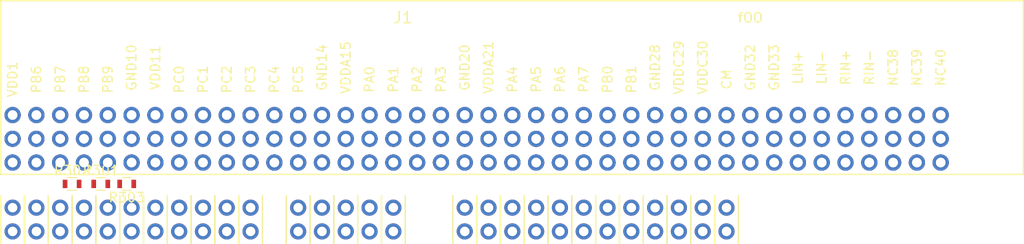
<source format=kicad_pcb>
(kicad_pcb (version 4) (host pcbnew 4.0.4-stable)

  (general
    (links 390)
    (no_connects 136)
    (area -2.590001 -64.160001 196.550001 -0.089999)
    (thickness 1.6)
    (drawings 16)
    (tracks 0)
    (zones 0)
    (modules 32)
    (nets 33)
  )

  (page A4)
  (layers
    (0 F.Cu signal)
    (31 B.Cu signal)
    (32 B.Adhes user)
    (33 F.Adhes user)
    (34 B.Paste user)
    (35 F.Paste user)
    (36 B.SilkS user)
    (37 F.SilkS user)
    (38 B.Mask user)
    (39 F.Mask user)
    (40 Dwgs.User user hide)
    (41 Cmts.User user)
    (42 Eco1.User user)
    (43 Eco2.User user)
    (44 Edge.Cuts user hide)
    (45 Margin user)
    (46 B.CrtYd user hide)
    (47 F.CrtYd user hide)
    (48 B.Fab user hide)
    (49 F.Fab user hide)
  )

  (setup
    (last_trace_width 0.1524)
    (trace_clearance 0.1524)
    (zone_clearance 0.508)
    (zone_45_only no)
    (trace_min 0.1524)
    (segment_width 0.2)
    (edge_width 0.1)
    (via_size 0.6)
    (via_drill 0.4)
    (via_min_size 0.4)
    (via_min_drill 0.3302)
    (uvia_size 0.3)
    (uvia_drill 0.1)
    (uvias_allowed no)
    (uvia_min_size 0.2)
    (uvia_min_drill 0.1)
    (pcb_text_width 0.3)
    (pcb_text_size 1.5 1.5)
    (mod_edge_width 0.15)
    (mod_text_size 1 1)
    (mod_text_width 0.15)
    (pad_size 1 1)
    (pad_drill 0)
    (pad_to_mask_clearance 0)
    (aux_axis_origin 0 0)
    (visible_elements 7FFEFFFF)
    (pcbplotparams
      (layerselection 0x010fc_80000001)
      (usegerberextensions false)
      (excludeedgelayer true)
      (linewidth 0.100000)
      (plotframeref false)
      (viasonmask false)
      (mode 1)
      (useauxorigin false)
      (hpglpennumber 1)
      (hpglpenspeed 20)
      (hpglpendiameter 15)
      (hpglpenoverlay 2)
      (psnegative false)
      (psa4output false)
      (plotreference true)
      (plotvalue true)
      (plotinvisibletext false)
      (padsonsilk false)
      (subtractmaskfromsilk false)
      (outputformat 1)
      (mirror false)
      (drillshape 0)
      (scaleselection 1)
      (outputdirectory PCB1003_Gerbers_2017-03-31/))
  )

  (net 0 "")
  (net 1 GND)
  (net 2 /VCC_A)
  (net 3 /VCC_B)
  (net 4 /KB_A0)
  (net 5 /KB_A1)
  (net 6 /KB_A2)
  (net 7 /KB_A3)
  (net 8 /KB_A4)
  (net 9 /KB_A5)
  (net 10 /KB_IRQ)
  (net 11 /KNOB_CS_8_15)
  (net 12 /KNOB_CS_0_7)
  (net 13 /I2C_SCL)
  (net 14 /I2C_SDA)
  (net 15 /JOY_Y)
  (net 16 /JOY_X)
  (net 17 /SPI_CS_LED0)
  (net 18 /VOLUME)
  (net 19 /ANALOG_OUT)
  (net 20 /SPI_CLK)
  (net 21 /SPI_MISO)
  (net 22 /SPI_MOSI)
  (net 23 /JOY_SW)
  (net 24 /VCC_C)
  (net 25 "Net-(J1-Pad31)")
  (net 26 "Net-(J1-Pad34)")
  (net 27 "Net-(J1-Pad35)")
  (net 28 "Net-(J1-Pad36)")
  (net 29 "Net-(J1-Pad37)")
  (net 30 "Net-(J1-Pad38)")
  (net 31 "Net-(J1-Pad39)")
  (net 32 "Net-(J1-Pad40)")

  (net_class Default "This is the default net class."
    (clearance 0.1524)
    (trace_width 0.1524)
    (via_dia 0.6)
    (via_drill 0.4)
    (uvia_dia 0.3)
    (uvia_drill 0.1)
    (add_net /ANALOG_OUT)
    (add_net /I2C_SCL)
    (add_net /I2C_SDA)
    (add_net /JOY_SW)
    (add_net /JOY_X)
    (add_net /JOY_Y)
    (add_net /KB_A0)
    (add_net /KB_A1)
    (add_net /KB_A2)
    (add_net /KB_A3)
    (add_net /KB_A4)
    (add_net /KB_A5)
    (add_net /KB_IRQ)
    (add_net /KNOB_CS_0_7)
    (add_net /KNOB_CS_8_15)
    (add_net /SPI_CLK)
    (add_net /SPI_CS_LED0)
    (add_net /SPI_MISO)
    (add_net /SPI_MOSI)
    (add_net /VCC_A)
    (add_net /VCC_B)
    (add_net /VCC_C)
    (add_net /VOLUME)
    (add_net GND)
    (add_net "Net-(J1-Pad31)")
    (add_net "Net-(J1-Pad34)")
    (add_net "Net-(J1-Pad35)")
    (add_net "Net-(J1-Pad36)")
    (add_net "Net-(J1-Pad37)")
    (add_net "Net-(J1-Pad38)")
    (add_net "Net-(J1-Pad39)")
    (add_net "Net-(J1-Pad40)")
  )

  (module Liberry:Axoloti-40x3 (layer F.Cu) (tedit 58DF10AC) (tstamp 58DF1B6B)
    (at 76.2 -45.466)
    (path /58DEE951)
    (fp_text reference J1 (at -7.874 -15.494) (layer F.SilkS)
      (effects (font (size 1.2 1.2) (thickness 0.15)))
    )
    (fp_text value Axoloti_40Pin (at 1.778 -15.748) (layer F.Fab)
      (effects (font (size 1.2 1.2) (thickness 0.15)))
    )
    (fp_line (start -50.8 -17.31) (end 58.364 -17.31) (layer F.SilkS) (width 0.15))
    (fp_line (start -50.8 1.27) (end -50.8 -17.31) (layer F.SilkS) (width 0.15))
    (fp_line (start 58.364 1.27) (end -50.8 1.27) (layer F.SilkS) (width 0.15))
    (fp_line (start 58.364 -17.31) (end 58.364 1.27) (layer F.SilkS) (width 0.15))
    (fp_text user NC40 (at 49.53 -10.16 90) (layer F.SilkS)
      (effects (font (size 1 1) (thickness 0.15)))
    )
    (fp_text user NC39 (at 46.99 -10.16 90) (layer F.SilkS)
      (effects (font (size 1 1) (thickness 0.15)))
    )
    (fp_text user NC38 (at 44.45 -10.16 90) (layer F.SilkS)
      (effects (font (size 1 1) (thickness 0.15)))
    )
    (fp_text user RIN- (at 41.91 -10.16 90) (layer F.SilkS)
      (effects (font (size 1 1) (thickness 0.15)))
    )
    (fp_text user fOO (at 29.21 -15.494) (layer F.SilkS)
      (effects (font (size 1 1) (thickness 0.15)))
    )
    (fp_text user RIN+ (at 39.37 -10.16 90) (layer F.SilkS)
      (effects (font (size 1 1) (thickness 0.15)))
    )
    (fp_text user LIN- (at 36.83 -10.16 90) (layer F.SilkS)
      (effects (font (size 1 1) (thickness 0.15)))
    )
    (fp_text user LIN+ (at 34.29 -10.16 90) (layer F.SilkS)
      (effects (font (size 1 1) (thickness 0.15)))
    )
    (fp_text user GND33 (at 31.75 -10.16 90) (layer F.SilkS)
      (effects (font (size 1 1) (thickness 0.15)))
    )
    (fp_text user GND32 (at 29.21 -10.16 90) (layer F.SilkS)
      (effects (font (size 1 1) (thickness 0.15)))
    )
    (fp_text user CM (at 26.67 -8.89 90) (layer F.SilkS)
      (effects (font (size 1 1) (thickness 0.15)))
    )
    (fp_text user VDDC30 (at 24.13 -10.16 90) (layer F.SilkS)
      (effects (font (size 1 1) (thickness 0.15)))
    )
    (fp_text user VDDC29 (at 21.59 -10.16 90) (layer F.SilkS)
      (effects (font (size 1 1) (thickness 0.15)))
    )
    (fp_text user GND28 (at 19.05 -10.16 90) (layer F.SilkS)
      (effects (font (size 1 1) (thickness 0.15)))
    )
    (fp_text user PB1 (at 16.51 -8.89 90) (layer F.SilkS)
      (effects (font (size 1 1) (thickness 0.15)))
    )
    (fp_text user PB0 (at 13.97 -8.89 90) (layer F.SilkS)
      (effects (font (size 1 1) (thickness 0.15)))
    )
    (fp_text user PA7 (at 11.43 -8.89 90) (layer F.SilkS)
      (effects (font (size 1 1) (thickness 0.15)))
    )
    (fp_text user PA6 (at 8.89 -8.89 90) (layer F.SilkS)
      (effects (font (size 1 1) (thickness 0.15)))
    )
    (fp_text user PA5 (at 6.35 -8.89 90) (layer F.SilkS)
      (effects (font (size 1 1) (thickness 0.15)))
    )
    (fp_text user PA4 (at 3.81 -8.89 90) (layer F.SilkS)
      (effects (font (size 1 1) (thickness 0.15)))
    )
    (fp_text user VDDA21 (at 1.27 -10.16 90) (layer F.SilkS)
      (effects (font (size 1 1) (thickness 0.15)))
    )
    (fp_text user GND20 (at -1.27 -10.16 90) (layer F.SilkS)
      (effects (font (size 1 1) (thickness 0.15)))
    )
    (fp_text user PA3 (at -3.81 -8.89 90) (layer F.SilkS)
      (effects (font (size 1 1) (thickness 0.15)))
    )
    (fp_text user PA2 (at -6.35 -8.89 90) (layer F.SilkS)
      (effects (font (size 1 1) (thickness 0.15)))
    )
    (fp_text user PA1 (at -8.89 -8.89 90) (layer F.SilkS)
      (effects (font (size 1 1) (thickness 0.15)))
    )
    (fp_text user PA0 (at -11.43 -8.89 90) (layer F.SilkS)
      (effects (font (size 1 1) (thickness 0.15)))
    )
    (fp_text user VDDA15 (at -13.97 -10.16 90) (layer F.SilkS)
      (effects (font (size 1 1) (thickness 0.15)))
    )
    (fp_text user GND14 (at -16.51 -10.16 90) (layer F.SilkS)
      (effects (font (size 1 1) (thickness 0.15)))
    )
    (fp_text user PC5 (at -19.05 -8.89 90) (layer F.SilkS)
      (effects (font (size 1 1) (thickness 0.15)))
    )
    (fp_text user PC4 (at -21.59 -8.89 90) (layer F.SilkS)
      (effects (font (size 1 1) (thickness 0.15)))
    )
    (fp_text user PC3 (at -24.13 -8.89 90) (layer F.SilkS)
      (effects (font (size 1 1) (thickness 0.15)))
    )
    (fp_text user PC2 (at -26.67 -8.89 90) (layer F.SilkS)
      (effects (font (size 1 1) (thickness 0.15)))
    )
    (fp_text user PC1 (at -29.21 -8.89 90) (layer F.SilkS)
      (effects (font (size 1 1) (thickness 0.15)))
    )
    (fp_text user PC0 (at -31.75 -8.89 90) (layer F.SilkS)
      (effects (font (size 1 1) (thickness 0.15)))
    )
    (fp_text user VDD11 (at -34.29 -10.16 90) (layer F.SilkS)
      (effects (font (size 1 1) (thickness 0.15)))
    )
    (fp_text user GND10 (at -36.83 -10.16 90) (layer F.SilkS)
      (effects (font (size 1 1) (thickness 0.15)))
    )
    (fp_text user PB9 (at -39.37 -8.89 90) (layer F.SilkS)
      (effects (font (size 1 1) (thickness 0.15)))
    )
    (fp_text user PB8 (at -41.91 -8.89 90) (layer F.SilkS)
      (effects (font (size 1 1) (thickness 0.15)))
    )
    (fp_text user PB7 (at -44.45 -8.89 90) (layer F.SilkS)
      (effects (font (size 1 1) (thickness 0.15)))
    )
    (fp_text user PB6 (at -46.99 -8.89 90) (layer F.SilkS)
      (effects (font (size 1 1) (thickness 0.15)))
    )
    (fp_text user VDD1 (at -49.53 -8.89 90) (layer F.SilkS)
      (effects (font (size 1 1) (thickness 0.15)))
    )
    (pad 1 thru_hole circle (at -49.53 0) (size 1.7272 1.7272) (drill 1.016) (layers *.Cu *.Mask)
      (net 2 /VCC_A))
    (pad 2 thru_hole circle (at -46.99 0) (size 1.7272 1.7272) (drill 1.016) (layers *.Cu *.Mask)
      (net 11 /KNOB_CS_8_15))
    (pad 3 thru_hole circle (at -44.45 0) (size 1.7272 1.7272) (drill 1.016) (layers *.Cu *.Mask)
      (net 12 /KNOB_CS_0_7))
    (pad 4 thru_hole circle (at -41.91 0) (size 1.7272 1.7272) (drill 1.016) (layers *.Cu *.Mask)
      (net 13 /I2C_SCL))
    (pad 5 thru_hole circle (at -39.37 0) (size 1.7272 1.7272) (drill 1.016) (layers *.Cu *.Mask)
      (net 14 /I2C_SDA))
    (pad 6 thru_hole circle (at -36.83 0) (size 1.7272 1.7272) (drill 1.016) (layers *.Cu *.Mask)
      (net 1 GND))
    (pad 7 thru_hole circle (at -34.29 0) (size 1.7272 1.7272) (drill 1.016) (layers *.Cu *.Mask)
      (net 2 /VCC_A))
    (pad 8 thru_hole circle (at -31.75 0) (size 1.7272 1.7272) (drill 1.016) (layers *.Cu *.Mask)
      (net 15 /JOY_Y))
    (pad 9 thru_hole circle (at -29.21 0) (size 1.7272 1.7272) (drill 1.016) (layers *.Cu *.Mask)
      (net 16 /JOY_X))
    (pad 10 thru_hole circle (at -26.67 0) (size 1.7272 1.7272) (drill 1.016) (layers *.Cu *.Mask)
      (net 4 /KB_A0))
    (pad 11 thru_hole circle (at -24.13 0) (size 1.7272 1.7272) (drill 1.016) (layers *.Cu *.Mask)
      (net 5 /KB_A1))
    (pad 12 thru_hole circle (at -21.59 0) (size 1.7272 1.7272) (drill 1.016) (layers *.Cu *.Mask)
      (net 6 /KB_A2))
    (pad 13 thru_hole circle (at -19.05 0) (size 1.7272 1.7272) (drill 1.016) (layers *.Cu *.Mask)
      (net 17 /SPI_CS_LED0))
    (pad 14 thru_hole circle (at -16.51 0) (size 1.7272 1.7272) (drill 1.016) (layers *.Cu *.Mask)
      (net 1 GND))
    (pad 15 thru_hole circle (at -13.97 0) (size 1.7272 1.7272) (drill 1.016) (layers *.Cu *.Mask)
      (net 3 /VCC_B))
    (pad 16 thru_hole circle (at -11.43 0) (size 1.7272 1.7272) (drill 1.016) (layers *.Cu *.Mask)
      (net 7 /KB_A3))
    (pad 17 thru_hole circle (at -8.89 0) (size 1.7272 1.7272) (drill 1.016) (layers *.Cu *.Mask)
      (net 18 /VOLUME))
    (pad 18 thru_hole circle (at -6.35 0) (size 1.7272 1.7272) (drill 1.016) (layers *.Cu *.Mask)
      (net 8 /KB_A4))
    (pad 19 thru_hole circle (at -3.81 0) (size 1.7272 1.7272) (drill 1.016) (layers *.Cu *.Mask)
      (net 9 /KB_A5))
    (pad 20 thru_hole circle (at -1.27 0) (size 1.7272 1.7272) (drill 1.016) (layers *.Cu *.Mask)
      (net 1 GND))
    (pad 21 thru_hole circle (at 1.27 0) (size 1.7272 1.7272) (drill 1.016) (layers *.Cu *.Mask)
      (net 3 /VCC_B))
    (pad 22 thru_hole circle (at 3.81 0) (size 1.7272 1.7272) (drill 1.016) (layers *.Cu *.Mask)
      (net 19 /ANALOG_OUT))
    (pad 23 thru_hole circle (at 6.35 0) (size 1.7272 1.7272) (drill 1.016) (layers *.Cu *.Mask)
      (net 20 /SPI_CLK))
    (pad 24 thru_hole circle (at 8.89 0) (size 1.7272 1.7272) (drill 1.016) (layers *.Cu *.Mask)
      (net 21 /SPI_MISO))
    (pad 25 thru_hole circle (at 11.43 0) (size 1.7272 1.7272) (drill 1.016) (layers *.Cu *.Mask)
      (net 22 /SPI_MOSI))
    (pad 26 thru_hole circle (at 13.97 0) (size 1.7272 1.7272) (drill 1.016) (layers *.Cu *.Mask)
      (net 23 /JOY_SW))
    (pad 27 thru_hole circle (at 16.51 0) (size 1.7272 1.7272) (drill 1.016) (layers *.Cu *.Mask)
      (net 10 /KB_IRQ))
    (pad 28 thru_hole circle (at 19.05 0) (size 1.7272 1.7272) (drill 1.016) (layers *.Cu *.Mask)
      (net 1 GND))
    (pad 29 thru_hole circle (at 21.59 0) (size 1.7272 1.7272) (drill 1.016) (layers *.Cu *.Mask)
      (net 24 /VCC_C))
    (pad 30 thru_hole circle (at 24.13 0) (size 1.7272 1.7272) (drill 1.016) (layers *.Cu *.Mask)
      (net 24 /VCC_C))
    (pad 31 thru_hole circle (at 26.67 0) (size 1.7272 1.7272) (drill 1.016) (layers *.Cu *.Mask)
      (net 25 "Net-(J1-Pad31)"))
    (pad 32 thru_hole circle (at 29.21 0) (size 1.7272 1.7272) (drill 1.016) (layers *.Cu *.Mask)
      (net 1 GND))
    (pad 33 thru_hole circle (at 31.75 0) (size 1.7272 1.7272) (drill 1.016) (layers *.Cu *.Mask)
      (net 1 GND))
    (pad 34 thru_hole circle (at 34.29 0) (size 1.7272 1.7272) (drill 1.016) (layers *.Cu *.Mask)
      (net 26 "Net-(J1-Pad34)"))
    (pad 35 thru_hole circle (at 36.83 0) (size 1.7272 1.7272) (drill 1.016) (layers *.Cu *.Mask)
      (net 27 "Net-(J1-Pad35)"))
    (pad 36 thru_hole circle (at 39.37 0) (size 1.7272 1.7272) (drill 1.016) (layers *.Cu *.Mask)
      (net 28 "Net-(J1-Pad36)"))
    (pad 37 thru_hole circle (at 41.91 0) (size 1.7272 1.7272) (drill 1.016) (layers *.Cu *.Mask)
      (net 29 "Net-(J1-Pad37)"))
    (pad 38 thru_hole circle (at 44.45 0) (size 1.7272 1.7272) (drill 1.016) (layers *.Cu *.Mask)
      (net 30 "Net-(J1-Pad38)"))
    (pad 39 thru_hole circle (at 46.99 0) (size 1.7272 1.7272) (drill 1.016) (layers *.Cu *.Mask)
      (net 31 "Net-(J1-Pad39)"))
    (pad 40 thru_hole circle (at 49.53 0) (size 1.7272 1.7272) (drill 1.016) (layers *.Cu *.Mask)
      (net 32 "Net-(J1-Pad40)"))
    (pad 4 thru_hole circle (at -41.91 0) (size 1.7272 1.7272) (drill 1.016) (layers *.Cu *.Mask)
      (net 13 /I2C_SCL))
    (pad 1 thru_hole circle (at -49.53 0) (size 1.7272 1.7272) (drill 1.016) (layers *.Cu *.Mask)
      (net 2 /VCC_A))
    (pad 2 thru_hole circle (at -46.99 0) (size 1.7272 1.7272) (drill 1.016) (layers *.Cu *.Mask)
      (net 11 /KNOB_CS_8_15))
    (pad 3 thru_hole circle (at -44.45 0) (size 1.7272 1.7272) (drill 1.016) (layers *.Cu *.Mask)
      (net 12 /KNOB_CS_0_7))
    (pad 5 thru_hole circle (at -39.37 0) (size 1.7272 1.7272) (drill 1.016) (layers *.Cu *.Mask)
      (net 14 /I2C_SDA))
    (pad 9 thru_hole circle (at -29.21 0) (size 1.7272 1.7272) (drill 1.016) (layers *.Cu *.Mask)
      (net 16 /JOY_X))
    (pad 6 thru_hole circle (at -36.83 0) (size 1.7272 1.7272) (drill 1.016) (layers *.Cu *.Mask)
      (net 1 GND))
    (pad 7 thru_hole circle (at -34.29 0) (size 1.7272 1.7272) (drill 1.016) (layers *.Cu *.Mask)
      (net 2 /VCC_A))
    (pad 8 thru_hole circle (at -31.75 0) (size 1.7272 1.7272) (drill 1.016) (layers *.Cu *.Mask)
      (net 15 /JOY_Y))
    (pad 10 thru_hole circle (at -26.67 0) (size 1.7272 1.7272) (drill 1.016) (layers *.Cu *.Mask)
      (net 4 /KB_A0))
    (pad 14 thru_hole circle (at -16.51 0) (size 1.7272 1.7272) (drill 1.016) (layers *.Cu *.Mask)
      (net 1 GND))
    (pad 11 thru_hole circle (at -24.13 0) (size 1.7272 1.7272) (drill 1.016) (layers *.Cu *.Mask)
      (net 5 /KB_A1))
    (pad 12 thru_hole circle (at -21.59 0) (size 1.7272 1.7272) (drill 1.016) (layers *.Cu *.Mask)
      (net 6 /KB_A2))
    (pad 13 thru_hole circle (at -19.05 0) (size 1.7272 1.7272) (drill 1.016) (layers *.Cu *.Mask)
      (net 17 /SPI_CS_LED0))
    (pad 15 thru_hole circle (at -13.97 0) (size 1.7272 1.7272) (drill 1.016) (layers *.Cu *.Mask)
      (net 3 /VCC_B))
    (pad 19 thru_hole circle (at -3.81 0) (size 1.7272 1.7272) (drill 1.016) (layers *.Cu *.Mask)
      (net 9 /KB_A5))
    (pad 16 thru_hole circle (at -11.43 0) (size 1.7272 1.7272) (drill 1.016) (layers *.Cu *.Mask)
      (net 7 /KB_A3))
    (pad 17 thru_hole circle (at -8.89 0) (size 1.7272 1.7272) (drill 1.016) (layers *.Cu *.Mask)
      (net 18 /VOLUME))
    (pad 18 thru_hole circle (at -6.35 0) (size 1.7272 1.7272) (drill 1.016) (layers *.Cu *.Mask)
      (net 8 /KB_A4))
    (pad 20 thru_hole circle (at -1.27 0) (size 1.7272 1.7272) (drill 1.016) (layers *.Cu *.Mask)
      (net 1 GND))
    (pad 24 thru_hole circle (at 8.89 0) (size 1.7272 1.7272) (drill 1.016) (layers *.Cu *.Mask)
      (net 21 /SPI_MISO))
    (pad 21 thru_hole circle (at 1.27 0) (size 1.7272 1.7272) (drill 1.016) (layers *.Cu *.Mask)
      (net 3 /VCC_B))
    (pad 22 thru_hole circle (at 3.81 0) (size 1.7272 1.7272) (drill 1.016) (layers *.Cu *.Mask)
      (net 19 /ANALOG_OUT))
    (pad 23 thru_hole circle (at 6.35 0) (size 1.7272 1.7272) (drill 1.016) (layers *.Cu *.Mask)
      (net 20 /SPI_CLK))
    (pad 25 thru_hole circle (at 11.43 0) (size 1.7272 1.7272) (drill 1.016) (layers *.Cu *.Mask)
      (net 22 /SPI_MOSI))
    (pad 29 thru_hole circle (at 21.59 0) (size 1.7272 1.7272) (drill 1.016) (layers *.Cu *.Mask)
      (net 24 /VCC_C))
    (pad 26 thru_hole circle (at 13.97 0) (size 1.7272 1.7272) (drill 1.016) (layers *.Cu *.Mask)
      (net 23 /JOY_SW))
    (pad 27 thru_hole circle (at 16.51 0) (size 1.7272 1.7272) (drill 1.016) (layers *.Cu *.Mask)
      (net 10 /KB_IRQ))
    (pad 28 thru_hole circle (at 19.05 0) (size 1.7272 1.7272) (drill 1.016) (layers *.Cu *.Mask)
      (net 1 GND))
    (pad 30 thru_hole circle (at 24.13 0) (size 1.7272 1.7272) (drill 1.016) (layers *.Cu *.Mask)
      (net 24 /VCC_C))
    (pad 34 thru_hole circle (at 34.29 0) (size 1.7272 1.7272) (drill 1.016) (layers *.Cu *.Mask)
      (net 26 "Net-(J1-Pad34)"))
    (pad 31 thru_hole circle (at 26.67 0) (size 1.7272 1.7272) (drill 1.016) (layers *.Cu *.Mask)
      (net 25 "Net-(J1-Pad31)"))
    (pad 32 thru_hole circle (at 29.21 0) (size 1.7272 1.7272) (drill 1.016) (layers *.Cu *.Mask)
      (net 1 GND))
    (pad 33 thru_hole circle (at 31.75 0) (size 1.7272 1.7272) (drill 1.016) (layers *.Cu *.Mask)
      (net 1 GND))
    (pad 35 thru_hole circle (at 36.83 0) (size 1.7272 1.7272) (drill 1.016) (layers *.Cu *.Mask)
      (net 27 "Net-(J1-Pad35)"))
    (pad 39 thru_hole circle (at 46.99 0) (size 1.7272 1.7272) (drill 1.016) (layers *.Cu *.Mask)
      (net 31 "Net-(J1-Pad39)"))
    (pad 36 thru_hole circle (at 39.37 0) (size 1.7272 1.7272) (drill 1.016) (layers *.Cu *.Mask)
      (net 28 "Net-(J1-Pad36)"))
    (pad 37 thru_hole circle (at 41.91 0) (size 1.7272 1.7272) (drill 1.016) (layers *.Cu *.Mask)
      (net 29 "Net-(J1-Pad37)"))
    (pad 38 thru_hole circle (at 44.45 0) (size 1.7272 1.7272) (drill 1.016) (layers *.Cu *.Mask)
      (net 30 "Net-(J1-Pad38)"))
    (pad 40 thru_hole circle (at 49.53 0) (size 1.7272 1.7272) (drill 1.016) (layers *.Cu *.Mask)
      (net 32 "Net-(J1-Pad40)"))
    (pad 4 thru_hole circle (at -41.91 0) (size 1.7272 1.7272) (drill 1.016) (layers *.Cu *.Mask)
      (net 13 /I2C_SCL))
    (pad 1 thru_hole circle (at -49.53 0) (size 1.7272 1.7272) (drill 1.016) (layers *.Cu *.Mask)
      (net 2 /VCC_A))
    (pad 2 thru_hole circle (at -46.99 0) (size 1.7272 1.7272) (drill 1.016) (layers *.Cu *.Mask)
      (net 11 /KNOB_CS_8_15))
    (pad 3 thru_hole circle (at -44.45 0) (size 1.7272 1.7272) (drill 1.016) (layers *.Cu *.Mask)
      (net 12 /KNOB_CS_0_7))
    (pad 5 thru_hole circle (at -39.37 0) (size 1.7272 1.7272) (drill 1.016) (layers *.Cu *.Mask)
      (net 14 /I2C_SDA))
    (pad 9 thru_hole circle (at -29.21 0) (size 1.7272 1.7272) (drill 1.016) (layers *.Cu *.Mask)
      (net 16 /JOY_X))
    (pad 6 thru_hole circle (at -36.83 0) (size 1.7272 1.7272) (drill 1.016) (layers *.Cu *.Mask)
      (net 1 GND))
    (pad 7 thru_hole circle (at -34.29 0) (size 1.7272 1.7272) (drill 1.016) (layers *.Cu *.Mask)
      (net 2 /VCC_A))
    (pad 8 thru_hole circle (at -31.75 0) (size 1.7272 1.7272) (drill 1.016) (layers *.Cu *.Mask)
      (net 15 /JOY_Y))
    (pad 10 thru_hole circle (at -26.67 0) (size 1.7272 1.7272) (drill 1.016) (layers *.Cu *.Mask)
      (net 4 /KB_A0))
    (pad 14 thru_hole circle (at -16.51 0) (size 1.7272 1.7272) (drill 1.016) (layers *.Cu *.Mask)
      (net 1 GND))
    (pad 11 thru_hole circle (at -24.13 0) (size 1.7272 1.7272) (drill 1.016) (layers *.Cu *.Mask)
      (net 5 /KB_A1))
    (pad 12 thru_hole circle (at -21.59 0) (size 1.7272 1.7272) (drill 1.016) (layers *.Cu *.Mask)
      (net 6 /KB_A2))
    (pad 13 thru_hole circle (at -19.05 0) (size 1.7272 1.7272) (drill 1.016) (layers *.Cu *.Mask)
      (net 17 /SPI_CS_LED0))
    (pad 15 thru_hole circle (at -13.97 0) (size 1.7272 1.7272) (drill 1.016) (layers *.Cu *.Mask)
      (net 3 /VCC_B))
    (pad 19 thru_hole circle (at -3.81 0) (size 1.7272 1.7272) (drill 1.016) (layers *.Cu *.Mask)
      (net 9 /KB_A5))
    (pad 16 thru_hole circle (at -11.43 0) (size 1.7272 1.7272) (drill 1.016) (layers *.Cu *.Mask)
      (net 7 /KB_A3))
    (pad 17 thru_hole circle (at -8.89 0) (size 1.7272 1.7272) (drill 1.016) (layers *.Cu *.Mask)
      (net 18 /VOLUME))
    (pad 18 thru_hole circle (at -6.35 0) (size 1.7272 1.7272) (drill 1.016) (layers *.Cu *.Mask)
      (net 8 /KB_A4))
    (pad 20 thru_hole circle (at -1.27 0) (size 1.7272 1.7272) (drill 1.016) (layers *.Cu *.Mask)
      (net 1 GND))
    (pad 24 thru_hole circle (at 8.89 0) (size 1.7272 1.7272) (drill 1.016) (layers *.Cu *.Mask)
      (net 21 /SPI_MISO))
    (pad 21 thru_hole circle (at 1.27 0) (size 1.7272 1.7272) (drill 1.016) (layers *.Cu *.Mask)
      (net 3 /VCC_B))
    (pad 22 thru_hole circle (at 3.81 0) (size 1.7272 1.7272) (drill 1.016) (layers *.Cu *.Mask)
      (net 19 /ANALOG_OUT))
    (pad 23 thru_hole circle (at 6.35 0) (size 1.7272 1.7272) (drill 1.016) (layers *.Cu *.Mask)
      (net 20 /SPI_CLK))
    (pad 25 thru_hole circle (at 11.43 0) (size 1.7272 1.7272) (drill 1.016) (layers *.Cu *.Mask)
      (net 22 /SPI_MOSI))
    (pad 29 thru_hole circle (at 21.59 0) (size 1.7272 1.7272) (drill 1.016) (layers *.Cu *.Mask)
      (net 24 /VCC_C))
    (pad 26 thru_hole circle (at 13.97 0) (size 1.7272 1.7272) (drill 1.016) (layers *.Cu *.Mask)
      (net 23 /JOY_SW))
    (pad 27 thru_hole circle (at 16.51 0) (size 1.7272 1.7272) (drill 1.016) (layers *.Cu *.Mask)
      (net 10 /KB_IRQ))
    (pad 28 thru_hole circle (at 19.05 0) (size 1.7272 1.7272) (drill 1.016) (layers *.Cu *.Mask)
      (net 1 GND))
    (pad 30 thru_hole circle (at 24.13 0) (size 1.7272 1.7272) (drill 1.016) (layers *.Cu *.Mask)
      (net 24 /VCC_C))
    (pad 34 thru_hole circle (at 34.29 0) (size 1.7272 1.7272) (drill 1.016) (layers *.Cu *.Mask)
      (net 26 "Net-(J1-Pad34)"))
    (pad 31 thru_hole circle (at 26.67 0) (size 1.7272 1.7272) (drill 1.016) (layers *.Cu *.Mask)
      (net 25 "Net-(J1-Pad31)"))
    (pad 32 thru_hole circle (at 29.21 0) (size 1.7272 1.7272) (drill 1.016) (layers *.Cu *.Mask)
      (net 1 GND))
    (pad 33 thru_hole circle (at 31.75 0) (size 1.7272 1.7272) (drill 1.016) (layers *.Cu *.Mask)
      (net 1 GND))
    (pad 35 thru_hole circle (at 36.83 0) (size 1.7272 1.7272) (drill 1.016) (layers *.Cu *.Mask)
      (net 27 "Net-(J1-Pad35)"))
    (pad 39 thru_hole circle (at 46.99 0) (size 1.7272 1.7272) (drill 1.016) (layers *.Cu *.Mask)
      (net 31 "Net-(J1-Pad39)"))
    (pad 36 thru_hole circle (at 39.37 0) (size 1.7272 1.7272) (drill 1.016) (layers *.Cu *.Mask)
      (net 28 "Net-(J1-Pad36)"))
    (pad 37 thru_hole circle (at 41.91 0) (size 1.7272 1.7272) (drill 1.016) (layers *.Cu *.Mask)
      (net 29 "Net-(J1-Pad37)"))
    (pad 38 thru_hole circle (at 44.45 0) (size 1.7272 1.7272) (drill 1.016) (layers *.Cu *.Mask)
      (net 30 "Net-(J1-Pad38)"))
    (pad 40 thru_hole circle (at 49.53 0) (size 1.7272 1.7272) (drill 1.016) (layers *.Cu *.Mask)
      (net 32 "Net-(J1-Pad40)"))
    (pad 33 thru_hole circle (at 31.75 -2.54) (size 1.7272 1.7272) (drill 1.016) (layers *.Cu *.Mask)
      (net 1 GND))
    (pad 33 thru_hole circle (at 31.75 -2.54) (size 1.7272 1.7272) (drill 1.016) (layers *.Cu *.Mask)
      (net 1 GND))
    (pad 34 thru_hole circle (at 34.29 -2.54) (size 1.7272 1.7272) (drill 1.016) (layers *.Cu *.Mask)
      (net 26 "Net-(J1-Pad34)"))
    (pad 34 thru_hole circle (at 34.29 -2.54) (size 1.7272 1.7272) (drill 1.016) (layers *.Cu *.Mask)
      (net 26 "Net-(J1-Pad34)"))
    (pad 33 thru_hole circle (at 31.75 -2.54) (size 1.7272 1.7272) (drill 1.016) (layers *.Cu *.Mask)
      (net 1 GND))
    (pad 38 thru_hole circle (at 44.45 -2.54) (size 1.7272 1.7272) (drill 1.016) (layers *.Cu *.Mask)
      (net 30 "Net-(J1-Pad38)"))
    (pad 38 thru_hole circle (at 44.45 -2.54) (size 1.7272 1.7272) (drill 1.016) (layers *.Cu *.Mask)
      (net 30 "Net-(J1-Pad38)"))
    (pad 39 thru_hole circle (at 46.99 -2.54) (size 1.7272 1.7272) (drill 1.016) (layers *.Cu *.Mask)
      (net 31 "Net-(J1-Pad39)"))
    (pad 39 thru_hole circle (at 46.99 -2.54) (size 1.7272 1.7272) (drill 1.016) (layers *.Cu *.Mask)
      (net 31 "Net-(J1-Pad39)"))
    (pad 38 thru_hole circle (at 44.45 -2.54) (size 1.7272 1.7272) (drill 1.016) (layers *.Cu *.Mask)
      (net 30 "Net-(J1-Pad38)"))
    (pad 31 thru_hole circle (at 26.67 -2.54) (size 1.7272 1.7272) (drill 1.016) (layers *.Cu *.Mask)
      (net 25 "Net-(J1-Pad31)"))
    (pad 31 thru_hole circle (at 26.67 -2.54) (size 1.7272 1.7272) (drill 1.016) (layers *.Cu *.Mask)
      (net 25 "Net-(J1-Pad31)"))
    (pad 32 thru_hole circle (at 29.21 -2.54) (size 1.7272 1.7272) (drill 1.016) (layers *.Cu *.Mask)
      (net 1 GND))
    (pad 31 thru_hole circle (at 26.67 -2.54) (size 1.7272 1.7272) (drill 1.016) (layers *.Cu *.Mask)
      (net 25 "Net-(J1-Pad31)"))
    (pad 32 thru_hole circle (at 29.21 -2.54) (size 1.7272 1.7272) (drill 1.016) (layers *.Cu *.Mask)
      (net 1 GND))
    (pad 32 thru_hole circle (at 29.21 -2.54) (size 1.7272 1.7272) (drill 1.016) (layers *.Cu *.Mask)
      (net 1 GND))
    (pad 36 thru_hole circle (at 39.37 -2.54) (size 1.7272 1.7272) (drill 1.016) (layers *.Cu *.Mask)
      (net 28 "Net-(J1-Pad36)"))
    (pad 36 thru_hole circle (at 39.37 -2.54) (size 1.7272 1.7272) (drill 1.016) (layers *.Cu *.Mask)
      (net 28 "Net-(J1-Pad36)"))
    (pad 37 thru_hole circle (at 41.91 -2.54) (size 1.7272 1.7272) (drill 1.016) (layers *.Cu *.Mask)
      (net 29 "Net-(J1-Pad37)"))
    (pad 36 thru_hole circle (at 39.37 -2.54) (size 1.7272 1.7272) (drill 1.016) (layers *.Cu *.Mask)
      (net 28 "Net-(J1-Pad36)"))
    (pad 37 thru_hole circle (at 41.91 -2.54) (size 1.7272 1.7272) (drill 1.016) (layers *.Cu *.Mask)
      (net 29 "Net-(J1-Pad37)"))
    (pad 37 thru_hole circle (at 41.91 -2.54) (size 1.7272 1.7272) (drill 1.016) (layers *.Cu *.Mask)
      (net 29 "Net-(J1-Pad37)"))
    (pad 34 thru_hole circle (at 34.29 -2.54) (size 1.7272 1.7272) (drill 1.016) (layers *.Cu *.Mask)
      (net 26 "Net-(J1-Pad34)"))
    (pad 35 thru_hole circle (at 36.83 -2.54) (size 1.7272 1.7272) (drill 1.016) (layers *.Cu *.Mask)
      (net 27 "Net-(J1-Pad35)"))
    (pad 35 thru_hole circle (at 36.83 -2.54) (size 1.7272 1.7272) (drill 1.016) (layers *.Cu *.Mask)
      (net 27 "Net-(J1-Pad35)"))
    (pad 35 thru_hole circle (at 36.83 -2.54) (size 1.7272 1.7272) (drill 1.016) (layers *.Cu *.Mask)
      (net 27 "Net-(J1-Pad35)"))
    (pad 39 thru_hole circle (at 46.99 -2.54) (size 1.7272 1.7272) (drill 1.016) (layers *.Cu *.Mask)
      (net 31 "Net-(J1-Pad39)"))
    (pad 40 thru_hole circle (at 49.53 -2.54) (size 1.7272 1.7272) (drill 1.016) (layers *.Cu *.Mask)
      (net 32 "Net-(J1-Pad40)"))
    (pad 40 thru_hole circle (at 49.53 -2.54) (size 1.7272 1.7272) (drill 1.016) (layers *.Cu *.Mask)
      (net 32 "Net-(J1-Pad40)"))
    (pad 40 thru_hole circle (at 49.53 -2.54) (size 1.7272 1.7272) (drill 1.016) (layers *.Cu *.Mask)
      (net 32 "Net-(J1-Pad40)"))
    (pad 13 thru_hole circle (at -19.05 -2.54) (size 1.7272 1.7272) (drill 1.016) (layers *.Cu *.Mask)
      (net 17 /SPI_CS_LED0))
    (pad 13 thru_hole circle (at -19.05 -2.54) (size 1.7272 1.7272) (drill 1.016) (layers *.Cu *.Mask)
      (net 17 /SPI_CS_LED0))
    (pad 14 thru_hole circle (at -16.51 -2.54) (size 1.7272 1.7272) (drill 1.016) (layers *.Cu *.Mask)
      (net 1 GND))
    (pad 14 thru_hole circle (at -16.51 -2.54) (size 1.7272 1.7272) (drill 1.016) (layers *.Cu *.Mask)
      (net 1 GND))
    (pad 13 thru_hole circle (at -19.05 -2.54) (size 1.7272 1.7272) (drill 1.016) (layers *.Cu *.Mask)
      (net 17 /SPI_CS_LED0))
    (pad 18 thru_hole circle (at -6.35 -2.54) (size 1.7272 1.7272) (drill 1.016) (layers *.Cu *.Mask)
      (net 8 /KB_A4))
    (pad 18 thru_hole circle (at -6.35 -2.54) (size 1.7272 1.7272) (drill 1.016) (layers *.Cu *.Mask)
      (net 8 /KB_A4))
    (pad 19 thru_hole circle (at -3.81 -2.54) (size 1.7272 1.7272) (drill 1.016) (layers *.Cu *.Mask)
      (net 9 /KB_A5))
    (pad 19 thru_hole circle (at -3.81 -2.54) (size 1.7272 1.7272) (drill 1.016) (layers *.Cu *.Mask)
      (net 9 /KB_A5))
    (pad 18 thru_hole circle (at -6.35 -2.54) (size 1.7272 1.7272) (drill 1.016) (layers *.Cu *.Mask)
      (net 8 /KB_A4))
    (pad 11 thru_hole circle (at -24.13 -2.54) (size 1.7272 1.7272) (drill 1.016) (layers *.Cu *.Mask)
      (net 5 /KB_A1))
    (pad 11 thru_hole circle (at -24.13 -2.54) (size 1.7272 1.7272) (drill 1.016) (layers *.Cu *.Mask)
      (net 5 /KB_A1))
    (pad 12 thru_hole circle (at -21.59 -2.54) (size 1.7272 1.7272) (drill 1.016) (layers *.Cu *.Mask)
      (net 6 /KB_A2))
    (pad 11 thru_hole circle (at -24.13 -2.54) (size 1.7272 1.7272) (drill 1.016) (layers *.Cu *.Mask)
      (net 5 /KB_A1))
    (pad 12 thru_hole circle (at -21.59 -2.54) (size 1.7272 1.7272) (drill 1.016) (layers *.Cu *.Mask)
      (net 6 /KB_A2))
    (pad 12 thru_hole circle (at -21.59 -2.54) (size 1.7272 1.7272) (drill 1.016) (layers *.Cu *.Mask)
      (net 6 /KB_A2))
    (pad 16 thru_hole circle (at -11.43 -2.54) (size 1.7272 1.7272) (drill 1.016) (layers *.Cu *.Mask)
      (net 7 /KB_A3))
    (pad 16 thru_hole circle (at -11.43 -2.54) (size 1.7272 1.7272) (drill 1.016) (layers *.Cu *.Mask)
      (net 7 /KB_A3))
    (pad 17 thru_hole circle (at -8.89 -2.54) (size 1.7272 1.7272) (drill 1.016) (layers *.Cu *.Mask)
      (net 18 /VOLUME))
    (pad 16 thru_hole circle (at -11.43 -2.54) (size 1.7272 1.7272) (drill 1.016) (layers *.Cu *.Mask)
      (net 7 /KB_A3))
    (pad 17 thru_hole circle (at -8.89 -2.54) (size 1.7272 1.7272) (drill 1.016) (layers *.Cu *.Mask)
      (net 18 /VOLUME))
    (pad 17 thru_hole circle (at -8.89 -2.54) (size 1.7272 1.7272) (drill 1.016) (layers *.Cu *.Mask)
      (net 18 /VOLUME))
    (pad 14 thru_hole circle (at -16.51 -2.54) (size 1.7272 1.7272) (drill 1.016) (layers *.Cu *.Mask)
      (net 1 GND))
    (pad 15 thru_hole circle (at -13.97 -2.54) (size 1.7272 1.7272) (drill 1.016) (layers *.Cu *.Mask)
      (net 3 /VCC_B))
    (pad 15 thru_hole circle (at -13.97 -2.54) (size 1.7272 1.7272) (drill 1.016) (layers *.Cu *.Mask)
      (net 3 /VCC_B))
    (pad 15 thru_hole circle (at -13.97 -2.54) (size 1.7272 1.7272) (drill 1.016) (layers *.Cu *.Mask)
      (net 3 /VCC_B))
    (pad 19 thru_hole circle (at -3.81 -2.54) (size 1.7272 1.7272) (drill 1.016) (layers *.Cu *.Mask)
      (net 9 /KB_A5))
    (pad 20 thru_hole circle (at -1.27 -2.54) (size 1.7272 1.7272) (drill 1.016) (layers *.Cu *.Mask)
      (net 1 GND))
    (pad 20 thru_hole circle (at -1.27 -2.54) (size 1.7272 1.7272) (drill 1.016) (layers *.Cu *.Mask)
      (net 1 GND))
    (pad 20 thru_hole circle (at -1.27 -2.54) (size 1.7272 1.7272) (drill 1.016) (layers *.Cu *.Mask)
      (net 1 GND))
    (pad 3 thru_hole circle (at -44.45 -2.54) (size 1.7272 1.7272) (drill 1.016) (layers *.Cu *.Mask)
      (net 12 /KNOB_CS_0_7))
    (pad 3 thru_hole circle (at -44.45 -2.54) (size 1.7272 1.7272) (drill 1.016) (layers *.Cu *.Mask)
      (net 12 /KNOB_CS_0_7))
    (pad 4 thru_hole circle (at -41.91 -2.54) (size 1.7272 1.7272) (drill 1.016) (layers *.Cu *.Mask)
      (net 13 /I2C_SCL))
    (pad 4 thru_hole circle (at -41.91 -2.54) (size 1.7272 1.7272) (drill 1.016) (layers *.Cu *.Mask)
      (net 13 /I2C_SCL))
    (pad 3 thru_hole circle (at -44.45 -2.54) (size 1.7272 1.7272) (drill 1.016) (layers *.Cu *.Mask)
      (net 12 /KNOB_CS_0_7))
    (pad 8 thru_hole circle (at -31.75 -2.54) (size 1.7272 1.7272) (drill 1.016) (layers *.Cu *.Mask)
      (net 15 /JOY_Y))
    (pad 8 thru_hole circle (at -31.75 -2.54) (size 1.7272 1.7272) (drill 1.016) (layers *.Cu *.Mask)
      (net 15 /JOY_Y))
    (pad 9 thru_hole circle (at -29.21 -2.54) (size 1.7272 1.7272) (drill 1.016) (layers *.Cu *.Mask)
      (net 16 /JOY_X))
    (pad 9 thru_hole circle (at -29.21 -2.54) (size 1.7272 1.7272) (drill 1.016) (layers *.Cu *.Mask)
      (net 16 /JOY_X))
    (pad 8 thru_hole circle (at -31.75 -2.54) (size 1.7272 1.7272) (drill 1.016) (layers *.Cu *.Mask)
      (net 15 /JOY_Y))
    (pad 1 thru_hole circle (at -49.53 -2.54) (size 1.7272 1.7272) (drill 1.016) (layers *.Cu *.Mask)
      (net 2 /VCC_A))
    (pad 1 thru_hole circle (at -49.53 -2.54) (size 1.7272 1.7272) (drill 1.016) (layers *.Cu *.Mask)
      (net 2 /VCC_A))
    (pad 2 thru_hole circle (at -46.99 -2.54) (size 1.7272 1.7272) (drill 1.016) (layers *.Cu *.Mask)
      (net 11 /KNOB_CS_8_15))
    (pad 1 thru_hole circle (at -49.53 -2.54) (size 1.7272 1.7272) (drill 1.016) (layers *.Cu *.Mask)
      (net 2 /VCC_A))
    (pad 2 thru_hole circle (at -46.99 -2.54) (size 1.7272 1.7272) (drill 1.016) (layers *.Cu *.Mask)
      (net 11 /KNOB_CS_8_15))
    (pad 2 thru_hole circle (at -46.99 -2.54) (size 1.7272 1.7272) (drill 1.016) (layers *.Cu *.Mask)
      (net 11 /KNOB_CS_8_15))
    (pad 6 thru_hole circle (at -36.83 -2.54) (size 1.7272 1.7272) (drill 1.016) (layers *.Cu *.Mask)
      (net 1 GND))
    (pad 6 thru_hole circle (at -36.83 -2.54) (size 1.7272 1.7272) (drill 1.016) (layers *.Cu *.Mask)
      (net 1 GND))
    (pad 7 thru_hole circle (at -34.29 -2.54) (size 1.7272 1.7272) (drill 1.016) (layers *.Cu *.Mask)
      (net 2 /VCC_A))
    (pad 6 thru_hole circle (at -36.83 -2.54) (size 1.7272 1.7272) (drill 1.016) (layers *.Cu *.Mask)
      (net 1 GND))
    (pad 7 thru_hole circle (at -34.29 -2.54) (size 1.7272 1.7272) (drill 1.016) (layers *.Cu *.Mask)
      (net 2 /VCC_A))
    (pad 7 thru_hole circle (at -34.29 -2.54) (size 1.7272 1.7272) (drill 1.016) (layers *.Cu *.Mask)
      (net 2 /VCC_A))
    (pad 4 thru_hole circle (at -41.91 -2.54) (size 1.7272 1.7272) (drill 1.016) (layers *.Cu *.Mask)
      (net 13 /I2C_SCL))
    (pad 5 thru_hole circle (at -39.37 -2.54) (size 1.7272 1.7272) (drill 1.016) (layers *.Cu *.Mask)
      (net 14 /I2C_SDA))
    (pad 5 thru_hole circle (at -39.37 -2.54) (size 1.7272 1.7272) (drill 1.016) (layers *.Cu *.Mask)
      (net 14 /I2C_SDA))
    (pad 5 thru_hole circle (at -39.37 -2.54) (size 1.7272 1.7272) (drill 1.016) (layers *.Cu *.Mask)
      (net 14 /I2C_SDA))
    (pad 9 thru_hole circle (at -29.21 -2.54) (size 1.7272 1.7272) (drill 1.016) (layers *.Cu *.Mask)
      (net 16 /JOY_X))
    (pad 10 thru_hole circle (at -26.67 -2.54) (size 1.7272 1.7272) (drill 1.016) (layers *.Cu *.Mask)
      (net 4 /KB_A0))
    (pad 10 thru_hole circle (at -26.67 -2.54) (size 1.7272 1.7272) (drill 1.016) (layers *.Cu *.Mask)
      (net 4 /KB_A0))
    (pad 10 thru_hole circle (at -26.67 -2.54) (size 1.7272 1.7272) (drill 1.016) (layers *.Cu *.Mask)
      (net 4 /KB_A0))
    (pad 23 thru_hole circle (at 6.35 -2.54) (size 1.7272 1.7272) (drill 1.016) (layers *.Cu *.Mask)
      (net 20 /SPI_CLK))
    (pad 23 thru_hole circle (at 6.35 -2.54) (size 1.7272 1.7272) (drill 1.016) (layers *.Cu *.Mask)
      (net 20 /SPI_CLK))
    (pad 24 thru_hole circle (at 8.89 -2.54) (size 1.7272 1.7272) (drill 1.016) (layers *.Cu *.Mask)
      (net 21 /SPI_MISO))
    (pad 24 thru_hole circle (at 8.89 -2.54) (size 1.7272 1.7272) (drill 1.016) (layers *.Cu *.Mask)
      (net 21 /SPI_MISO))
    (pad 23 thru_hole circle (at 6.35 -2.54) (size 1.7272 1.7272) (drill 1.016) (layers *.Cu *.Mask)
      (net 20 /SPI_CLK))
    (pad 28 thru_hole circle (at 19.05 -2.54) (size 1.7272 1.7272) (drill 1.016) (layers *.Cu *.Mask)
      (net 1 GND))
    (pad 28 thru_hole circle (at 19.05 -2.54) (size 1.7272 1.7272) (drill 1.016) (layers *.Cu *.Mask)
      (net 1 GND))
    (pad 29 thru_hole circle (at 21.59 -2.54) (size 1.7272 1.7272) (drill 1.016) (layers *.Cu *.Mask)
      (net 24 /VCC_C))
    (pad 29 thru_hole circle (at 21.59 -2.54) (size 1.7272 1.7272) (drill 1.016) (layers *.Cu *.Mask)
      (net 24 /VCC_C))
    (pad 28 thru_hole circle (at 19.05 -2.54) (size 1.7272 1.7272) (drill 1.016) (layers *.Cu *.Mask)
      (net 1 GND))
    (pad 21 thru_hole circle (at 1.27 -2.54) (size 1.7272 1.7272) (drill 1.016) (layers *.Cu *.Mask)
      (net 3 /VCC_B))
    (pad 21 thru_hole circle (at 1.27 -2.54) (size 1.7272 1.7272) (drill 1.016) (layers *.Cu *.Mask)
      (net 3 /VCC_B))
    (pad 22 thru_hole circle (at 3.81 -2.54) (size 1.7272 1.7272) (drill 1.016) (layers *.Cu *.Mask)
      (net 19 /ANALOG_OUT))
    (pad 21 thru_hole circle (at 1.27 -2.54) (size 1.7272 1.7272) (drill 1.016) (layers *.Cu *.Mask)
      (net 3 /VCC_B))
    (pad 22 thru_hole circle (at 3.81 -2.54) (size 1.7272 1.7272) (drill 1.016) (layers *.Cu *.Mask)
      (net 19 /ANALOG_OUT))
    (pad 22 thru_hole circle (at 3.81 -2.54) (size 1.7272 1.7272) (drill 1.016) (layers *.Cu *.Mask)
      (net 19 /ANALOG_OUT))
    (pad 26 thru_hole circle (at 13.97 -2.54) (size 1.7272 1.7272) (drill 1.016) (layers *.Cu *.Mask)
      (net 23 /JOY_SW))
    (pad 26 thru_hole circle (at 13.97 -2.54) (size 1.7272 1.7272) (drill 1.016) (layers *.Cu *.Mask)
      (net 23 /JOY_SW))
    (pad 27 thru_hole circle (at 16.51 -2.54) (size 1.7272 1.7272) (drill 1.016) (layers *.Cu *.Mask)
      (net 10 /KB_IRQ))
    (pad 26 thru_hole circle (at 13.97 -2.54) (size 1.7272 1.7272) (drill 1.016) (layers *.Cu *.Mask)
      (net 23 /JOY_SW))
    (pad 27 thru_hole circle (at 16.51 -2.54) (size 1.7272 1.7272) (drill 1.016) (layers *.Cu *.Mask)
      (net 10 /KB_IRQ))
    (pad 27 thru_hole circle (at 16.51 -2.54) (size 1.7272 1.7272) (drill 1.016) (layers *.Cu *.Mask)
      (net 10 /KB_IRQ))
    (pad 24 thru_hole circle (at 8.89 -2.54) (size 1.7272 1.7272) (drill 1.016) (layers *.Cu *.Mask)
      (net 21 /SPI_MISO))
    (pad 25 thru_hole circle (at 11.43 -2.54) (size 1.7272 1.7272) (drill 1.016) (layers *.Cu *.Mask)
      (net 22 /SPI_MOSI))
    (pad 25 thru_hole circle (at 11.43 -2.54) (size 1.7272 1.7272) (drill 1.016) (layers *.Cu *.Mask)
      (net 22 /SPI_MOSI))
    (pad 25 thru_hole circle (at 11.43 -2.54) (size 1.7272 1.7272) (drill 1.016) (layers *.Cu *.Mask)
      (net 22 /SPI_MOSI))
    (pad 29 thru_hole circle (at 21.59 -2.54) (size 1.7272 1.7272) (drill 1.016) (layers *.Cu *.Mask)
      (net 24 /VCC_C))
    (pad 30 thru_hole circle (at 24.13 -2.54) (size 1.7272 1.7272) (drill 1.016) (layers *.Cu *.Mask)
      (net 24 /VCC_C))
    (pad 30 thru_hole circle (at 24.13 -2.54) (size 1.7272 1.7272) (drill 1.016) (layers *.Cu *.Mask)
      (net 24 /VCC_C))
    (pad 30 thru_hole circle (at 24.13 -2.54) (size 1.7272 1.7272) (drill 1.016) (layers *.Cu *.Mask)
      (net 24 /VCC_C))
    (pad 33 thru_hole circle (at 31.75 -5.08) (size 1.7272 1.7272) (drill 1.016) (layers *.Cu *.Mask)
      (net 1 GND))
    (pad 33 thru_hole circle (at 31.75 -5.08) (size 1.7272 1.7272) (drill 1.016) (layers *.Cu *.Mask)
      (net 1 GND))
    (pad 33 thru_hole circle (at 31.75 -5.08) (size 1.7272 1.7272) (drill 1.016) (layers *.Cu *.Mask)
      (net 1 GND))
    (pad 31 thru_hole circle (at 26.67 -5.08) (size 1.7272 1.7272) (drill 1.016) (layers *.Cu *.Mask)
      (net 25 "Net-(J1-Pad31)"))
    (pad 31 thru_hole circle (at 26.67 -5.08) (size 1.7272 1.7272) (drill 1.016) (layers *.Cu *.Mask)
      (net 25 "Net-(J1-Pad31)"))
    (pad 31 thru_hole circle (at 26.67 -5.08) (size 1.7272 1.7272) (drill 1.016) (layers *.Cu *.Mask)
      (net 25 "Net-(J1-Pad31)"))
    (pad 35 thru_hole circle (at 36.83 -5.08) (size 1.7272 1.7272) (drill 1.016) (layers *.Cu *.Mask)
      (net 27 "Net-(J1-Pad35)"))
    (pad 35 thru_hole circle (at 36.83 -5.08) (size 1.7272 1.7272) (drill 1.016) (layers *.Cu *.Mask)
      (net 27 "Net-(J1-Pad35)"))
    (pad 35 thru_hole circle (at 36.83 -5.08) (size 1.7272 1.7272) (drill 1.016) (layers *.Cu *.Mask)
      (net 27 "Net-(J1-Pad35)"))
    (pad 34 thru_hole circle (at 34.29 -5.08) (size 1.7272 1.7272) (drill 1.016) (layers *.Cu *.Mask)
      (net 26 "Net-(J1-Pad34)"))
    (pad 34 thru_hole circle (at 34.29 -5.08) (size 1.7272 1.7272) (drill 1.016) (layers *.Cu *.Mask)
      (net 26 "Net-(J1-Pad34)"))
    (pad 34 thru_hole circle (at 34.29 -5.08) (size 1.7272 1.7272) (drill 1.016) (layers *.Cu *.Mask)
      (net 26 "Net-(J1-Pad34)"))
    (pad 32 thru_hole circle (at 29.21 -5.08) (size 1.7272 1.7272) (drill 1.016) (layers *.Cu *.Mask)
      (net 1 GND))
    (pad 32 thru_hole circle (at 29.21 -5.08) (size 1.7272 1.7272) (drill 1.016) (layers *.Cu *.Mask)
      (net 1 GND))
    (pad 32 thru_hole circle (at 29.21 -5.08) (size 1.7272 1.7272) (drill 1.016) (layers *.Cu *.Mask)
      (net 1 GND))
    (pad 13 thru_hole circle (at -19.05 -5.08) (size 1.7272 1.7272) (drill 1.016) (layers *.Cu *.Mask)
      (net 17 /SPI_CS_LED0))
    (pad 13 thru_hole circle (at -19.05 -5.08) (size 1.7272 1.7272) (drill 1.016) (layers *.Cu *.Mask)
      (net 17 /SPI_CS_LED0))
    (pad 13 thru_hole circle (at -19.05 -5.08) (size 1.7272 1.7272) (drill 1.016) (layers *.Cu *.Mask)
      (net 17 /SPI_CS_LED0))
    (pad 11 thru_hole circle (at -24.13 -5.08) (size 1.7272 1.7272) (drill 1.016) (layers *.Cu *.Mask)
      (net 5 /KB_A1))
    (pad 11 thru_hole circle (at -24.13 -5.08) (size 1.7272 1.7272) (drill 1.016) (layers *.Cu *.Mask)
      (net 5 /KB_A1))
    (pad 11 thru_hole circle (at -24.13 -5.08) (size 1.7272 1.7272) (drill 1.016) (layers *.Cu *.Mask)
      (net 5 /KB_A1))
    (pad 15 thru_hole circle (at -13.97 -5.08) (size 1.7272 1.7272) (drill 1.016) (layers *.Cu *.Mask)
      (net 3 /VCC_B))
    (pad 15 thru_hole circle (at -13.97 -5.08) (size 1.7272 1.7272) (drill 1.016) (layers *.Cu *.Mask)
      (net 3 /VCC_B))
    (pad 15 thru_hole circle (at -13.97 -5.08) (size 1.7272 1.7272) (drill 1.016) (layers *.Cu *.Mask)
      (net 3 /VCC_B))
    (pad 14 thru_hole circle (at -16.51 -5.08) (size 1.7272 1.7272) (drill 1.016) (layers *.Cu *.Mask)
      (net 1 GND))
    (pad 14 thru_hole circle (at -16.51 -5.08) (size 1.7272 1.7272) (drill 1.016) (layers *.Cu *.Mask)
      (net 1 GND))
    (pad 14 thru_hole circle (at -16.51 -5.08) (size 1.7272 1.7272) (drill 1.016) (layers *.Cu *.Mask)
      (net 1 GND))
    (pad 12 thru_hole circle (at -21.59 -5.08) (size 1.7272 1.7272) (drill 1.016) (layers *.Cu *.Mask)
      (net 6 /KB_A2))
    (pad 12 thru_hole circle (at -21.59 -5.08) (size 1.7272 1.7272) (drill 1.016) (layers *.Cu *.Mask)
      (net 6 /KB_A2))
    (pad 12 thru_hole circle (at -21.59 -5.08) (size 1.7272 1.7272) (drill 1.016) (layers *.Cu *.Mask)
      (net 6 /KB_A2))
    (pad 3 thru_hole circle (at -44.45 -5.08) (size 1.7272 1.7272) (drill 1.016) (layers *.Cu *.Mask)
      (net 12 /KNOB_CS_0_7))
    (pad 3 thru_hole circle (at -44.45 -5.08) (size 1.7272 1.7272) (drill 1.016) (layers *.Cu *.Mask)
      (net 12 /KNOB_CS_0_7))
    (pad 3 thru_hole circle (at -44.45 -5.08) (size 1.7272 1.7272) (drill 1.016) (layers *.Cu *.Mask)
      (net 12 /KNOB_CS_0_7))
    (pad 1 thru_hole circle (at -49.53 -5.08) (size 1.7272 1.7272) (drill 1.016) (layers *.Cu *.Mask)
      (net 2 /VCC_A))
    (pad 1 thru_hole circle (at -49.53 -5.08) (size 1.7272 1.7272) (drill 1.016) (layers *.Cu *.Mask)
      (net 2 /VCC_A))
    (pad 1 thru_hole circle (at -49.53 -5.08) (size 1.7272 1.7272) (drill 1.016) (layers *.Cu *.Mask)
      (net 2 /VCC_A))
    (pad 5 thru_hole circle (at -39.37 -5.08) (size 1.7272 1.7272) (drill 1.016) (layers *.Cu *.Mask)
      (net 14 /I2C_SDA))
    (pad 5 thru_hole circle (at -39.37 -5.08) (size 1.7272 1.7272) (drill 1.016) (layers *.Cu *.Mask)
      (net 14 /I2C_SDA))
    (pad 5 thru_hole circle (at -39.37 -5.08) (size 1.7272 1.7272) (drill 1.016) (layers *.Cu *.Mask)
      (net 14 /I2C_SDA))
    (pad 4 thru_hole circle (at -41.91 -5.08) (size 1.7272 1.7272) (drill 1.016) (layers *.Cu *.Mask)
      (net 13 /I2C_SCL))
    (pad 4 thru_hole circle (at -41.91 -5.08) (size 1.7272 1.7272) (drill 1.016) (layers *.Cu *.Mask)
      (net 13 /I2C_SCL))
    (pad 4 thru_hole circle (at -41.91 -5.08) (size 1.7272 1.7272) (drill 1.016) (layers *.Cu *.Mask)
      (net 13 /I2C_SCL))
    (pad 2 thru_hole circle (at -46.99 -5.08) (size 1.7272 1.7272) (drill 1.016) (layers *.Cu *.Mask)
      (net 11 /KNOB_CS_8_15))
    (pad 2 thru_hole circle (at -46.99 -5.08) (size 1.7272 1.7272) (drill 1.016) (layers *.Cu *.Mask)
      (net 11 /KNOB_CS_8_15))
    (pad 2 thru_hole circle (at -46.99 -5.08) (size 1.7272 1.7272) (drill 1.016) (layers *.Cu *.Mask)
      (net 11 /KNOB_CS_8_15))
    (pad 23 thru_hole circle (at 6.35 -5.08) (size 1.7272 1.7272) (drill 1.016) (layers *.Cu *.Mask)
      (net 20 /SPI_CLK))
    (pad 23 thru_hole circle (at 6.35 -5.08) (size 1.7272 1.7272) (drill 1.016) (layers *.Cu *.Mask)
      (net 20 /SPI_CLK))
    (pad 23 thru_hole circle (at 6.35 -5.08) (size 1.7272 1.7272) (drill 1.016) (layers *.Cu *.Mask)
      (net 20 /SPI_CLK))
    (pad 21 thru_hole circle (at 1.27 -5.08) (size 1.7272 1.7272) (drill 1.016) (layers *.Cu *.Mask)
      (net 3 /VCC_B))
    (pad 21 thru_hole circle (at 1.27 -5.08) (size 1.7272 1.7272) (drill 1.016) (layers *.Cu *.Mask)
      (net 3 /VCC_B))
    (pad 21 thru_hole circle (at 1.27 -5.08) (size 1.7272 1.7272) (drill 1.016) (layers *.Cu *.Mask)
      (net 3 /VCC_B))
    (pad 25 thru_hole circle (at 11.43 -5.08) (size 1.7272 1.7272) (drill 1.016) (layers *.Cu *.Mask)
      (net 22 /SPI_MOSI))
    (pad 25 thru_hole circle (at 11.43 -5.08) (size 1.7272 1.7272) (drill 1.016) (layers *.Cu *.Mask)
      (net 22 /SPI_MOSI))
    (pad 25 thru_hole circle (at 11.43 -5.08) (size 1.7272 1.7272) (drill 1.016) (layers *.Cu *.Mask)
      (net 22 /SPI_MOSI))
    (pad 24 thru_hole circle (at 8.89 -5.08) (size 1.7272 1.7272) (drill 1.016) (layers *.Cu *.Mask)
      (net 21 /SPI_MISO))
    (pad 24 thru_hole circle (at 8.89 -5.08) (size 1.7272 1.7272) (drill 1.016) (layers *.Cu *.Mask)
      (net 21 /SPI_MISO))
    (pad 24 thru_hole circle (at 8.89 -5.08) (size 1.7272 1.7272) (drill 1.016) (layers *.Cu *.Mask)
      (net 21 /SPI_MISO))
    (pad 22 thru_hole circle (at 3.81 -5.08) (size 1.7272 1.7272) (drill 1.016) (layers *.Cu *.Mask)
      (net 19 /ANALOG_OUT))
    (pad 22 thru_hole circle (at 3.81 -5.08) (size 1.7272 1.7272) (drill 1.016) (layers *.Cu *.Mask)
      (net 19 /ANALOG_OUT))
    (pad 22 thru_hole circle (at 3.81 -5.08) (size 1.7272 1.7272) (drill 1.016) (layers *.Cu *.Mask)
      (net 19 /ANALOG_OUT))
    (pad 38 thru_hole circle (at 44.45 -5.08) (size 1.7272 1.7272) (drill 1.016) (layers *.Cu *.Mask)
      (net 30 "Net-(J1-Pad38)"))
    (pad 38 thru_hole circle (at 44.45 -5.08) (size 1.7272 1.7272) (drill 1.016) (layers *.Cu *.Mask)
      (net 30 "Net-(J1-Pad38)"))
    (pad 38 thru_hole circle (at 44.45 -5.08) (size 1.7272 1.7272) (drill 1.016) (layers *.Cu *.Mask)
      (net 30 "Net-(J1-Pad38)"))
    (pad 36 thru_hole circle (at 39.37 -5.08) (size 1.7272 1.7272) (drill 1.016) (layers *.Cu *.Mask)
      (net 28 "Net-(J1-Pad36)"))
    (pad 36 thru_hole circle (at 39.37 -5.08) (size 1.7272 1.7272) (drill 1.016) (layers *.Cu *.Mask)
      (net 28 "Net-(J1-Pad36)"))
    (pad 36 thru_hole circle (at 39.37 -5.08) (size 1.7272 1.7272) (drill 1.016) (layers *.Cu *.Mask)
      (net 28 "Net-(J1-Pad36)"))
    (pad 40 thru_hole circle (at 49.53 -5.08) (size 1.7272 1.7272) (drill 1.016) (layers *.Cu *.Mask)
      (net 32 "Net-(J1-Pad40)"))
    (pad 40 thru_hole circle (at 49.53 -5.08) (size 1.7272 1.7272) (drill 1.016) (layers *.Cu *.Mask)
      (net 32 "Net-(J1-Pad40)"))
    (pad 40 thru_hole circle (at 49.53 -5.08) (size 1.7272 1.7272) (drill 1.016) (layers *.Cu *.Mask)
      (net 32 "Net-(J1-Pad40)"))
    (pad 39 thru_hole circle (at 46.99 -5.08) (size 1.7272 1.7272) (drill 1.016) (layers *.Cu *.Mask)
      (net 31 "Net-(J1-Pad39)"))
    (pad 39 thru_hole circle (at 46.99 -5.08) (size 1.7272 1.7272) (drill 1.016) (layers *.Cu *.Mask)
      (net 31 "Net-(J1-Pad39)"))
    (pad 39 thru_hole circle (at 46.99 -5.08) (size 1.7272 1.7272) (drill 1.016) (layers *.Cu *.Mask)
      (net 31 "Net-(J1-Pad39)"))
    (pad 37 thru_hole circle (at 41.91 -5.08) (size 1.7272 1.7272) (drill 1.016) (layers *.Cu *.Mask)
      (net 29 "Net-(J1-Pad37)"))
    (pad 37 thru_hole circle (at 41.91 -5.08) (size 1.7272 1.7272) (drill 1.016) (layers *.Cu *.Mask)
      (net 29 "Net-(J1-Pad37)"))
    (pad 37 thru_hole circle (at 41.91 -5.08) (size 1.7272 1.7272) (drill 1.016) (layers *.Cu *.Mask)
      (net 29 "Net-(J1-Pad37)"))
    (pad 18 thru_hole circle (at -6.35 -5.08) (size 1.7272 1.7272) (drill 1.016) (layers *.Cu *.Mask)
      (net 8 /KB_A4))
    (pad 18 thru_hole circle (at -6.35 -5.08) (size 1.7272 1.7272) (drill 1.016) (layers *.Cu *.Mask)
      (net 8 /KB_A4))
    (pad 18 thru_hole circle (at -6.35 -5.08) (size 1.7272 1.7272) (drill 1.016) (layers *.Cu *.Mask)
      (net 8 /KB_A4))
    (pad 16 thru_hole circle (at -11.43 -5.08) (size 1.7272 1.7272) (drill 1.016) (layers *.Cu *.Mask)
      (net 7 /KB_A3))
    (pad 16 thru_hole circle (at -11.43 -5.08) (size 1.7272 1.7272) (drill 1.016) (layers *.Cu *.Mask)
      (net 7 /KB_A3))
    (pad 16 thru_hole circle (at -11.43 -5.08) (size 1.7272 1.7272) (drill 1.016) (layers *.Cu *.Mask)
      (net 7 /KB_A3))
    (pad 20 thru_hole circle (at -1.27 -5.08) (size 1.7272 1.7272) (drill 1.016) (layers *.Cu *.Mask)
      (net 1 GND))
    (pad 20 thru_hole circle (at -1.27 -5.08) (size 1.7272 1.7272) (drill 1.016) (layers *.Cu *.Mask)
      (net 1 GND))
    (pad 20 thru_hole circle (at -1.27 -5.08) (size 1.7272 1.7272) (drill 1.016) (layers *.Cu *.Mask)
      (net 1 GND))
    (pad 19 thru_hole circle (at -3.81 -5.08) (size 1.7272 1.7272) (drill 1.016) (layers *.Cu *.Mask)
      (net 9 /KB_A5))
    (pad 19 thru_hole circle (at -3.81 -5.08) (size 1.7272 1.7272) (drill 1.016) (layers *.Cu *.Mask)
      (net 9 /KB_A5))
    (pad 19 thru_hole circle (at -3.81 -5.08) (size 1.7272 1.7272) (drill 1.016) (layers *.Cu *.Mask)
      (net 9 /KB_A5))
    (pad 17 thru_hole circle (at -8.89 -5.08) (size 1.7272 1.7272) (drill 1.016) (layers *.Cu *.Mask)
      (net 18 /VOLUME))
    (pad 17 thru_hole circle (at -8.89 -5.08) (size 1.7272 1.7272) (drill 1.016) (layers *.Cu *.Mask)
      (net 18 /VOLUME))
    (pad 17 thru_hole circle (at -8.89 -5.08) (size 1.7272 1.7272) (drill 1.016) (layers *.Cu *.Mask)
      (net 18 /VOLUME))
    (pad 8 thru_hole circle (at -31.75 -5.08) (size 1.7272 1.7272) (drill 1.016) (layers *.Cu *.Mask)
      (net 15 /JOY_Y))
    (pad 8 thru_hole circle (at -31.75 -5.08) (size 1.7272 1.7272) (drill 1.016) (layers *.Cu *.Mask)
      (net 15 /JOY_Y))
    (pad 8 thru_hole circle (at -31.75 -5.08) (size 1.7272 1.7272) (drill 1.016) (layers *.Cu *.Mask)
      (net 15 /JOY_Y))
    (pad 6 thru_hole circle (at -36.83 -5.08) (size 1.7272 1.7272) (drill 1.016) (layers *.Cu *.Mask)
      (net 1 GND))
    (pad 6 thru_hole circle (at -36.83 -5.08) (size 1.7272 1.7272) (drill 1.016) (layers *.Cu *.Mask)
      (net 1 GND))
    (pad 6 thru_hole circle (at -36.83 -5.08) (size 1.7272 1.7272) (drill 1.016) (layers *.Cu *.Mask)
      (net 1 GND))
    (pad 10 thru_hole circle (at -26.67 -5.08) (size 1.7272 1.7272) (drill 1.016) (layers *.Cu *.Mask)
      (net 4 /KB_A0))
    (pad 10 thru_hole circle (at -26.67 -5.08) (size 1.7272 1.7272) (drill 1.016) (layers *.Cu *.Mask)
      (net 4 /KB_A0))
    (pad 10 thru_hole circle (at -26.67 -5.08) (size 1.7272 1.7272) (drill 1.016) (layers *.Cu *.Mask)
      (net 4 /KB_A0))
    (pad 9 thru_hole circle (at -29.21 -5.08) (size 1.7272 1.7272) (drill 1.016) (layers *.Cu *.Mask)
      (net 16 /JOY_X))
    (pad 9 thru_hole circle (at -29.21 -5.08) (size 1.7272 1.7272) (drill 1.016) (layers *.Cu *.Mask)
      (net 16 /JOY_X))
    (pad 9 thru_hole circle (at -29.21 -5.08) (size 1.7272 1.7272) (drill 1.016) (layers *.Cu *.Mask)
      (net 16 /JOY_X))
    (pad 7 thru_hole circle (at -34.29 -5.08) (size 1.7272 1.7272) (drill 1.016) (layers *.Cu *.Mask)
      (net 2 /VCC_A))
    (pad 7 thru_hole circle (at -34.29 -5.08) (size 1.7272 1.7272) (drill 1.016) (layers *.Cu *.Mask)
      (net 2 /VCC_A))
    (pad 7 thru_hole circle (at -34.29 -5.08) (size 1.7272 1.7272) (drill 1.016) (layers *.Cu *.Mask)
      (net 2 /VCC_A))
    (pad 28 thru_hole circle (at 19.05 -5.08) (size 1.7272 1.7272) (drill 1.016) (layers *.Cu *.Mask)
      (net 1 GND))
    (pad 28 thru_hole circle (at 19.05 -5.08) (size 1.7272 1.7272) (drill 1.016) (layers *.Cu *.Mask)
      (net 1 GND))
    (pad 28 thru_hole circle (at 19.05 -5.08) (size 1.7272 1.7272) (drill 1.016) (layers *.Cu *.Mask)
      (net 1 GND))
    (pad 26 thru_hole circle (at 13.97 -5.08) (size 1.7272 1.7272) (drill 1.016) (layers *.Cu *.Mask)
      (net 23 /JOY_SW))
    (pad 26 thru_hole circle (at 13.97 -5.08) (size 1.7272 1.7272) (drill 1.016) (layers *.Cu *.Mask)
      (net 23 /JOY_SW))
    (pad 26 thru_hole circle (at 13.97 -5.08) (size 1.7272 1.7272) (drill 1.016) (layers *.Cu *.Mask)
      (net 23 /JOY_SW))
    (pad 30 thru_hole circle (at 24.13 -5.08) (size 1.7272 1.7272) (drill 1.016) (layers *.Cu *.Mask)
      (net 24 /VCC_C))
    (pad 30 thru_hole circle (at 24.13 -5.08) (size 1.7272 1.7272) (drill 1.016) (layers *.Cu *.Mask)
      (net 24 /VCC_C))
    (pad 30 thru_hole circle (at 24.13 -5.08) (size 1.7272 1.7272) (drill 1.016) (layers *.Cu *.Mask)
      (net 24 /VCC_C))
    (pad 29 thru_hole circle (at 21.59 -5.08) (size 1.7272 1.7272) (drill 1.016) (layers *.Cu *.Mask)
      (net 24 /VCC_C))
    (pad 29 thru_hole circle (at 21.59 -5.08) (size 1.7272 1.7272) (drill 1.016) (layers *.Cu *.Mask)
      (net 24 /VCC_C))
    (pad 29 thru_hole circle (at 21.59 -5.08) (size 1.7272 1.7272) (drill 1.016) (layers *.Cu *.Mask)
      (net 24 /VCC_C))
    (pad 27 thru_hole circle (at 16.51 -5.08) (size 1.7272 1.7272) (drill 1.016) (layers *.Cu *.Mask)
      (net 10 /KB_IRQ))
    (pad 27 thru_hole circle (at 16.51 -5.08) (size 1.7272 1.7272) (drill 1.016) (layers *.Cu *.Mask)
      (net 10 /KB_IRQ))
    (pad 27 thru_hole circle (at 16.51 -5.08) (size 1.7272 1.7272) (drill 1.016) (layers *.Cu *.Mask)
      (net 10 /KB_IRQ))
    (pad "" np_thru_hole circle (at -47.6 -13.81) (size 3 3) (drill 3) (layers *.Cu *.Mask))
    (pad "" np_thru_hole circle (at 14.4 -13.81) (size 3 3) (drill 3) (layers *.Cu *.Mask))
    (pad "" np_thru_hole circle (at 54.864 -13.81) (size 3 3) (drill 3) (layers *.Cu *.Mask))
  )

  (module Liberry:TH_0.1_1x2_Jumper (layer F.Cu) (tedit 58DF0FDD) (tstamp 58DF1B73)
    (at 26.67 -38.1 90)
    (descr "10 pins through hole IDC header")
    (tags "IDC header socket VASCH")
    (path /5833FCAD)
    (fp_text reference KB_+3.3V0 (at -2.54 0 90) (layer F.SilkS) hide
      (effects (font (size 0.5 0.5) (thickness 0.125)))
    )
    (fp_text value CONN_01X01 (at 0 2.54 90) (layer F.Fab)
      (effects (font (size 1 1) (thickness 0.15)))
    )
    (fp_line (start -1.27 1.27) (end 3.81 1.27) (layer F.SilkS) (width 0.15))
    (fp_line (start -1.27 -1.27) (end 3.81 -1.27) (layer F.SilkS) (width 0.15))
    (pad 1 thru_hole circle (at 0 0 90) (size 1.7272 1.7272) (drill 1.016) (layers *.Cu *.Mask)
      (net 2 /VCC_A))
    (pad 1 thru_hole circle (at 2.54 0 90) (size 1.7272 1.7272) (drill 1.016) (layers *.Cu *.Mask)
      (net 2 /VCC_A))
  )

  (module Liberry:TH_0.1_1x2_Jumper (layer F.Cu) (tedit 58DF0FF4) (tstamp 58DF1B7B)
    (at 39.37 -38.1 90)
    (descr "10 pins through hole IDC header")
    (tags "IDC header socket VASCH")
    (path /588F39C7)
    (fp_text reference KB_A0 (at -2.54 0 90) (layer F.SilkS) hide
      (effects (font (size 0.5 0.5) (thickness 0.125)))
    )
    (fp_text value CONN_01X01 (at 0 2.54 90) (layer F.Fab)
      (effects (font (size 1 1) (thickness 0.15)))
    )
    (fp_line (start -1.27 1.27) (end 3.81 1.27) (layer F.SilkS) (width 0.15))
    (fp_line (start -1.27 -1.27) (end 3.81 -1.27) (layer F.SilkS) (width 0.15))
    (pad 1 thru_hole circle (at 0 0 90) (size 1.7272 1.7272) (drill 1.016) (layers *.Cu *.Mask)
      (net 4 /KB_A0))
    (pad 1 thru_hole circle (at 2.54 0 90) (size 1.7272 1.7272) (drill 1.016) (layers *.Cu *.Mask)
      (net 4 /KB_A0))
  )

  (module Liberry:TH_0.1_1x2_Jumper (layer F.Cu) (tedit 58DF0FF7) (tstamp 58DF1B83)
    (at 41.91 -38.1 90)
    (descr "10 pins through hole IDC header")
    (tags "IDC header socket VASCH")
    (path /588F3BC4)
    (fp_text reference KB_A1 (at -2.54 0 90) (layer F.SilkS) hide
      (effects (font (size 0.5 0.5) (thickness 0.125)))
    )
    (fp_text value CONN_01X01 (at 0 2.54 90) (layer F.Fab)
      (effects (font (size 1 1) (thickness 0.15)))
    )
    (fp_line (start -1.27 1.27) (end 3.81 1.27) (layer F.SilkS) (width 0.15))
    (fp_line (start -1.27 -1.27) (end 3.81 -1.27) (layer F.SilkS) (width 0.15))
    (pad 1 thru_hole circle (at 0 0 90) (size 1.7272 1.7272) (drill 1.016) (layers *.Cu *.Mask)
      (net 5 /KB_A1))
    (pad 1 thru_hole circle (at 2.54 0 90) (size 1.7272 1.7272) (drill 1.016) (layers *.Cu *.Mask)
      (net 5 /KB_A1))
  )

  (module Liberry:TH_0.1_1x2_Jumper (layer F.Cu) (tedit 58DF0FFC) (tstamp 58DF1B8B)
    (at 44.45 -38.1 90)
    (descr "10 pins through hole IDC header")
    (tags "IDC header socket VASCH")
    (path /588F3E53)
    (fp_text reference KB_A2 (at -2.54 0 90) (layer F.SilkS) hide
      (effects (font (size 0.5 0.5) (thickness 0.125)))
    )
    (fp_text value CONN_01X01 (at 0 2.54 90) (layer F.Fab)
      (effects (font (size 1 1) (thickness 0.15)))
    )
    (fp_line (start -1.27 1.27) (end 3.81 1.27) (layer F.SilkS) (width 0.15))
    (fp_line (start -1.27 -1.27) (end 3.81 -1.27) (layer F.SilkS) (width 0.15))
    (pad 1 thru_hole circle (at 0 0 90) (size 1.7272 1.7272) (drill 1.016) (layers *.Cu *.Mask)
      (net 6 /KB_A2))
    (pad 1 thru_hole circle (at 2.54 0 90) (size 1.7272 1.7272) (drill 1.016) (layers *.Cu *.Mask)
      (net 6 /KB_A2))
  )

  (module Liberry:TH_0.1_1x2_Jumper (layer F.Cu) (tedit 58DF0FFF) (tstamp 58DF1B93)
    (at 46.99 -38.1 90)
    (descr "10 pins through hole IDC header")
    (tags "IDC header socket VASCH")
    (path /588F404A)
    (fp_text reference KB_A3 (at -2.54 0 90) (layer F.SilkS) hide
      (effects (font (size 0.5 0.5) (thickness 0.125)))
    )
    (fp_text value CONN_01X01 (at 0 2.54 90) (layer F.Fab)
      (effects (font (size 1 1) (thickness 0.15)))
    )
    (fp_line (start -1.27 1.27) (end 3.81 1.27) (layer F.SilkS) (width 0.15))
    (fp_line (start -1.27 -1.27) (end 3.81 -1.27) (layer F.SilkS) (width 0.15))
    (pad 1 thru_hole circle (at 0 0 90) (size 1.7272 1.7272) (drill 1.016) (layers *.Cu *.Mask)
      (net 7 /KB_A3))
    (pad 1 thru_hole circle (at 2.54 0 90) (size 1.7272 1.7272) (drill 1.016) (layers *.Cu *.Mask)
      (net 7 /KB_A3))
  )

  (module Liberry:TH_0.1_1x2_Jumper (layer F.Cu) (tedit 58DF106B) (tstamp 58DF1B9B)
    (at 49.53 -38.1 90)
    (descr "10 pins through hole IDC header")
    (tags "IDC header socket VASCH")
    (path /588F4154)
    (fp_text reference KB_A4 (at -2.54 0 90) (layer F.SilkS) hide
      (effects (font (size 0.5 0.5) (thickness 0.125)))
    )
    (fp_text value CONN_01X01 (at 0 2.54 90) (layer F.Fab)
      (effects (font (size 1 1) (thickness 0.15)))
    )
    (fp_line (start -1.27 1.27) (end 3.81 1.27) (layer F.SilkS) (width 0.15))
    (fp_line (start -1.27 -1.27) (end 3.81 -1.27) (layer F.SilkS) (width 0.15))
    (pad 1 thru_hole circle (at 0 0 90) (size 1.7272 1.7272) (drill 1.016) (layers *.Cu *.Mask)
      (net 8 /KB_A4))
    (pad 1 thru_hole circle (at 2.54 0 90) (size 1.7272 1.7272) (drill 1.016) (layers *.Cu *.Mask)
      (net 8 /KB_A4))
  )

  (module Liberry:TH_0.1_1x2_Jumper (layer F.Cu) (tedit 58DF106E) (tstamp 58DF1BA3)
    (at 52.07 -38.1 90)
    (descr "10 pins through hole IDC header")
    (tags "IDC header socket VASCH")
    (path /588F4263)
    (fp_text reference KB_A5 (at -2.54 0 90) (layer F.SilkS) hide
      (effects (font (size 0.5 0.5) (thickness 0.125)))
    )
    (fp_text value CONN_01X01 (at 0 2.54 90) (layer F.Fab)
      (effects (font (size 1 1) (thickness 0.15)))
    )
    (fp_line (start -1.27 1.27) (end 3.81 1.27) (layer F.SilkS) (width 0.15))
    (fp_line (start -1.27 -1.27) (end 3.81 -1.27) (layer F.SilkS) (width 0.15))
    (pad 1 thru_hole circle (at 0 0 90) (size 1.7272 1.7272) (drill 1.016) (layers *.Cu *.Mask)
      (net 9 /KB_A5))
    (pad 1 thru_hole circle (at 2.54 0 90) (size 1.7272 1.7272) (drill 1.016) (layers *.Cu *.Mask)
      (net 9 /KB_A5))
  )

  (module Liberry:TH_0.1_1x2_Jumper (layer F.Cu) (tedit 58DF1062) (tstamp 58DF1BAB)
    (at 29.21 -38.1 90)
    (descr "10 pins through hole IDC header")
    (tags "IDC header socket VASCH")
    (path /582F5B39)
    (fp_text reference KB_GND0 (at -2.54 0 90) (layer F.SilkS) hide
      (effects (font (size 0.5 0.5) (thickness 0.125)))
    )
    (fp_text value CONN_01X01 (at 0 2.54 90) (layer F.Fab)
      (effects (font (size 1 1) (thickness 0.15)))
    )
    (fp_line (start -1.27 1.27) (end 3.81 1.27) (layer F.SilkS) (width 0.15))
    (fp_line (start -1.27 -1.27) (end 3.81 -1.27) (layer F.SilkS) (width 0.15))
    (pad 1 thru_hole circle (at 0 0 90) (size 1.7272 1.7272) (drill 1.016) (layers *.Cu *.Mask)
      (net 1 GND))
    (pad 1 thru_hole circle (at 2.54 0 90) (size 1.7272 1.7272) (drill 1.016) (layers *.Cu *.Mask)
      (net 1 GND))
  )

  (module Liberry:TH_0.1_1x2_Jumper (layer F.Cu) (tedit 58DF0FEF) (tstamp 58DF1BB3)
    (at 36.83 -38.1 90)
    (descr "10 pins through hole IDC header")
    (tags "IDC header socket VASCH")
    (path /58337929)
    (fp_text reference KB_IRQ0 (at -2.54 0 90) (layer F.SilkS) hide
      (effects (font (size 0.5 0.5) (thickness 0.125)))
    )
    (fp_text value CONN_01X01 (at 0 2.54 90) (layer F.Fab)
      (effects (font (size 1 1) (thickness 0.15)))
    )
    (fp_line (start -1.27 1.27) (end 3.81 1.27) (layer F.SilkS) (width 0.15))
    (fp_line (start -1.27 -1.27) (end 3.81 -1.27) (layer F.SilkS) (width 0.15))
    (pad 1 thru_hole circle (at 0 0 90) (size 1.7272 1.7272) (drill 1.016) (layers *.Cu *.Mask)
      (net 10 /KB_IRQ))
    (pad 1 thru_hole circle (at 2.54 0 90) (size 1.7272 1.7272) (drill 1.016) (layers *.Cu *.Mask)
      (net 10 /KB_IRQ))
  )

  (module Liberry:TH_0.1_1x2_Jumper (layer F.Cu) (tedit 58DF0FEB) (tstamp 58DF1BBB)
    (at 34.29 -38.1 90)
    (descr "10 pins through hole IDC header")
    (tags "IDC header socket VASCH")
    (path /583371F2)
    (fp_text reference KB_SCL0 (at -2.54 0 90) (layer F.SilkS) hide
      (effects (font (size 0.5 0.5) (thickness 0.125)))
    )
    (fp_text value CONN_01X01 (at 0 2.54 90) (layer F.Fab)
      (effects (font (size 1 1) (thickness 0.15)))
    )
    (fp_line (start -1.27 1.27) (end 3.81 1.27) (layer F.SilkS) (width 0.15))
    (fp_line (start -1.27 -1.27) (end 3.81 -1.27) (layer F.SilkS) (width 0.15))
    (pad 1 thru_hole circle (at 0 0 90) (size 1.7272 1.7272) (drill 1.016) (layers *.Cu *.Mask)
      (net 13 /I2C_SCL))
    (pad 1 thru_hole circle (at 2.54 0 90) (size 1.7272 1.7272) (drill 1.016) (layers *.Cu *.Mask)
      (net 13 /I2C_SCL))
  )

  (module Liberry:TH_0.1_1x2_Jumper (layer F.Cu) (tedit 58DF0FE4) (tstamp 58DF1BC3)
    (at 31.75 -38.1 90)
    (descr "10 pins through hole IDC header")
    (tags "IDC header socket VASCH")
    (path /582FA982)
    (fp_text reference KB_SDA0 (at -2.54 0 90) (layer F.SilkS) hide
      (effects (font (size 0.5 0.5) (thickness 0.125)))
    )
    (fp_text value CONN_01X01 (at 0 2.54 90) (layer F.Fab)
      (effects (font (size 1 1) (thickness 0.15)))
    )
    (fp_line (start -1.27 1.27) (end 3.81 1.27) (layer F.SilkS) (width 0.15))
    (fp_line (start -1.27 -1.27) (end 3.81 -1.27) (layer F.SilkS) (width 0.15))
    (pad 1 thru_hole circle (at 0 0 90) (size 1.7272 1.7272) (drill 1.016) (layers *.Cu *.Mask)
      (net 14 /I2C_SDA))
    (pad 1 thru_hole circle (at 2.54 0 90) (size 1.7272 1.7272) (drill 1.016) (layers *.Cu *.Mask)
      (net 14 /I2C_SDA))
  )

  (module Liberry:TH_0.1_1x2_Jumper (layer F.Cu) (tedit 58DF10EF) (tstamp 58DF1BCB)
    (at 97.79 -40.64 270)
    (descr "10 pins through hole IDC header")
    (tags "IDC header socket VASCH")
    (path /58DF5F71)
    (fp_text reference KNOB_+3.3V0 (at 6.35 0 270) (layer F.SilkS) hide
      (effects (font (size 0.5 0.5) (thickness 0.125)))
    )
    (fp_text value CONN_01X01 (at 0 2.54 270) (layer F.Fab)
      (effects (font (size 1 1) (thickness 0.15)))
    )
    (fp_line (start -1.27 1.27) (end 3.81 1.27) (layer F.SilkS) (width 0.15))
    (fp_line (start -1.27 -1.27) (end 3.81 -1.27) (layer F.SilkS) (width 0.15))
    (pad 1 thru_hole circle (at 0 0 270) (size 1.7272 1.7272) (drill 1.016) (layers *.Cu *.Mask)
      (net 24 /VCC_C))
    (pad 1 thru_hole circle (at 2.54 0 270) (size 1.7272 1.7272) (drill 1.016) (layers *.Cu *.Mask)
      (net 24 /VCC_C))
  )

  (module Liberry:TH_0.1_1x2_Jumper (layer F.Cu) (tedit 58DF10F6) (tstamp 58DF1BD3)
    (at 102.87 -40.64 270)
    (descr "10 pins through hole IDC header")
    (tags "IDC header socket VASCH")
    (path /58E02046)
    (fp_text reference KNOB_ANALOG_OUT0 (at 7.62 0 270) (layer F.SilkS) hide
      (effects (font (size 0.5 0.5) (thickness 0.125)))
    )
    (fp_text value CONN_01X01 (at 0 2.54 270) (layer F.Fab)
      (effects (font (size 1 1) (thickness 0.15)))
    )
    (fp_line (start -1.27 1.27) (end 3.81 1.27) (layer F.SilkS) (width 0.15))
    (fp_line (start -1.27 -1.27) (end 3.81 -1.27) (layer F.SilkS) (width 0.15))
    (pad 1 thru_hole circle (at 0 0 270) (size 1.7272 1.7272) (drill 1.016) (layers *.Cu *.Mask)
      (net 19 /ANALOG_OUT))
    (pad 1 thru_hole circle (at 2.54 0 270) (size 1.7272 1.7272) (drill 1.016) (layers *.Cu *.Mask)
      (net 19 /ANALOG_OUT))
  )

  (module Liberry:TH_0.1_1x2_Jumper (layer F.Cu) (tedit 58DF10DF) (tstamp 58DF1BDB)
    (at 82.55 -40.64 270)
    (descr "10 pins through hole IDC header")
    (tags "IDC header socket VASCH")
    (path /58DF5CA7)
    (fp_text reference KNOB_GND0 (at 6.35 0 270) (layer F.SilkS) hide
      (effects (font (size 0.5 0.5) (thickness 0.125)))
    )
    (fp_text value CONN_01X01 (at 0 2.54 270) (layer F.Fab)
      (effects (font (size 1 1) (thickness 0.15)))
    )
    (fp_line (start -1.27 1.27) (end 3.81 1.27) (layer F.SilkS) (width 0.15))
    (fp_line (start -1.27 -1.27) (end 3.81 -1.27) (layer F.SilkS) (width 0.15))
    (pad 1 thru_hole circle (at 0 0 270) (size 1.7272 1.7272) (drill 1.016) (layers *.Cu *.Mask)
      (net 1 GND))
    (pad 1 thru_hole circle (at 2.54 0 270) (size 1.7272 1.7272) (drill 1.016) (layers *.Cu *.Mask)
      (net 1 GND))
  )

  (module Liberry:TH_0.1_1x2_Jumper (layer F.Cu) (tedit 58DF10D6) (tstamp 58DF1BE3)
    (at 74.93 -40.64 270)
    (descr "10 pins through hole IDC header")
    (tags "IDC header socket VASCH")
    (path /58DF5B7C)
    (fp_text reference KNOB_JOY_SW0 (at 6.35 0 270) (layer F.SilkS) hide
      (effects (font (size 0.5 0.5) (thickness 0.125)))
    )
    (fp_text value CONN_01X01 (at 0 2.54 270) (layer F.Fab)
      (effects (font (size 1 1) (thickness 0.15)))
    )
    (fp_line (start -1.27 1.27) (end 3.81 1.27) (layer F.SilkS) (width 0.15))
    (fp_line (start -1.27 -1.27) (end 3.81 -1.27) (layer F.SilkS) (width 0.15))
    (pad 1 thru_hole circle (at 0 0 270) (size 1.7272 1.7272) (drill 1.016) (layers *.Cu *.Mask)
      (net 23 /JOY_SW))
    (pad 1 thru_hole circle (at 2.54 0 270) (size 1.7272 1.7272) (drill 1.016) (layers *.Cu *.Mask)
      (net 23 /JOY_SW))
  )

  (module Liberry:TH_0.1_1x2_Jumper (layer F.Cu) (tedit 58DF10DA) (tstamp 58DF1BEB)
    (at 77.47 -40.64 270)
    (descr "10 pins through hole IDC header")
    (tags "IDC header socket VASCH")
    (path /58DF5BFA)
    (fp_text reference KNOB_JOY_X0 (at 6.35 0 270) (layer F.SilkS) hide
      (effects (font (size 0.5 0.5) (thickness 0.125)))
    )
    (fp_text value CONN_01X01 (at 0 2.54 270) (layer F.Fab)
      (effects (font (size 1 1) (thickness 0.15)))
    )
    (fp_line (start -1.27 1.27) (end 3.81 1.27) (layer F.SilkS) (width 0.15))
    (fp_line (start -1.27 -1.27) (end 3.81 -1.27) (layer F.SilkS) (width 0.15))
    (pad 1 thru_hole circle (at 0 0 270) (size 1.7272 1.7272) (drill 1.016) (layers *.Cu *.Mask)
      (net 16 /JOY_X))
    (pad 1 thru_hole circle (at 2.54 0 270) (size 1.7272 1.7272) (drill 1.016) (layers *.Cu *.Mask)
      (net 16 /JOY_X))
  )

  (module Liberry:TH_0.1_1x2_Jumper (layer F.Cu) (tedit 58DF10DD) (tstamp 58DF1BF3)
    (at 80.01 -40.64 270)
    (descr "10 pins through hole IDC header")
    (tags "IDC header socket VASCH")
    (path /58DF5C4F)
    (fp_text reference KNOB_JOY_Y0 (at 6.35 0 270) (layer F.SilkS) hide
      (effects (font (size 0.5 0.5) (thickness 0.125)))
    )
    (fp_text value CONN_01X01 (at 0 2.54 270) (layer F.Fab)
      (effects (font (size 1 1) (thickness 0.15)))
    )
    (fp_line (start -1.27 1.27) (end 3.81 1.27) (layer F.SilkS) (width 0.15))
    (fp_line (start -1.27 -1.27) (end 3.81 -1.27) (layer F.SilkS) (width 0.15))
    (pad 1 thru_hole circle (at 0 0 270) (size 1.7272 1.7272) (drill 1.016) (layers *.Cu *.Mask)
      (net 15 /JOY_Y))
    (pad 1 thru_hole circle (at 2.54 0 270) (size 1.7272 1.7272) (drill 1.016) (layers *.Cu *.Mask)
      (net 15 /JOY_Y))
  )

  (module Liberry:TH_0.1_1x2_Jumper (layer F.Cu) (tedit 58DF10E2) (tstamp 58DF1BFB)
    (at 85.09 -40.64 270)
    (descr "10 pins through hole IDC header")
    (tags "IDC header socket VASCH")
    (path /58DF5D63)
    (fp_text reference KNOB_SPI_CLK0 (at 7.62 0 270) (layer F.SilkS) hide
      (effects (font (size 0.5 0.5) (thickness 0.125)))
    )
    (fp_text value CONN_01X01 (at 0 2.54 270) (layer F.Fab)
      (effects (font (size 1 1) (thickness 0.15)))
    )
    (fp_line (start -1.27 1.27) (end 3.81 1.27) (layer F.SilkS) (width 0.15))
    (fp_line (start -1.27 -1.27) (end 3.81 -1.27) (layer F.SilkS) (width 0.15))
    (pad 1 thru_hole circle (at 0 0 270) (size 1.7272 1.7272) (drill 1.016) (layers *.Cu *.Mask)
      (net 20 /SPI_CLK))
    (pad 1 thru_hole circle (at 2.54 0 270) (size 1.7272 1.7272) (drill 1.016) (layers *.Cu *.Mask)
      (net 20 /SPI_CLK))
  )

  (module Liberry:TH_0.1_1x2_Jumper (layer F.Cu) (tedit 58DF10ED) (tstamp 58DF1C03)
    (at 95.25 -40.64 270)
    (descr "10 pins through hole IDC header")
    (tags "IDC header socket VASCH")
    (path /58DF5F05)
    (fp_text reference KNOB_SPI_CS_0_7 (at 7.62 0 270) (layer F.SilkS) hide
      (effects (font (size 0.5 0.5) (thickness 0.125)))
    )
    (fp_text value CONN_01X01 (at 0 2.54 270) (layer F.Fab)
      (effects (font (size 1 1) (thickness 0.15)))
    )
    (fp_line (start -1.27 1.27) (end 3.81 1.27) (layer F.SilkS) (width 0.15))
    (fp_line (start -1.27 -1.27) (end 3.81 -1.27) (layer F.SilkS) (width 0.15))
    (pad 1 thru_hole circle (at 0 0 270) (size 1.7272 1.7272) (drill 1.016) (layers *.Cu *.Mask)
      (net 12 /KNOB_CS_0_7))
    (pad 1 thru_hole circle (at 2.54 0 270) (size 1.7272 1.7272) (drill 1.016) (layers *.Cu *.Mask)
      (net 12 /KNOB_CS_0_7))
  )

  (module Liberry:TH_0.1_1x2_Jumper (layer F.Cu) (tedit 58DF10EA) (tstamp 58DF1C0B)
    (at 92.71 -40.64 270)
    (descr "10 pins through hole IDC header")
    (tags "IDC header socket VASCH")
    (path /58DF5E9C)
    (fp_text reference KNOB_SPI_CS_8_15 (at 7.62 0 270) (layer F.SilkS) hide
      (effects (font (size 0.5 0.5) (thickness 0.125)))
    )
    (fp_text value CONN_01X01 (at 0 2.54 270) (layer F.Fab)
      (effects (font (size 1 1) (thickness 0.15)))
    )
    (fp_line (start -1.27 1.27) (end 3.81 1.27) (layer F.SilkS) (width 0.15))
    (fp_line (start -1.27 -1.27) (end 3.81 -1.27) (layer F.SilkS) (width 0.15))
    (pad 1 thru_hole circle (at 0 0 270) (size 1.7272 1.7272) (drill 1.016) (layers *.Cu *.Mask)
      (net 11 /KNOB_CS_8_15))
    (pad 1 thru_hole circle (at 2.54 0 270) (size 1.7272 1.7272) (drill 1.016) (layers *.Cu *.Mask)
      (net 11 /KNOB_CS_8_15))
  )

  (module Liberry:TH_0.1_1x2_Jumper (layer F.Cu) (tedit 58DF10E6) (tstamp 58DF1C13)
    (at 87.63 -40.64 270)
    (descr "10 pins through hole IDC header")
    (tags "IDC header socket VASCH")
    (path /58DF5DC3)
    (fp_text reference KNOB_SPI_MISO0 (at 7.62 0 270) (layer F.SilkS) hide
      (effects (font (size 0.5 0.5) (thickness 0.125)))
    )
    (fp_text value CONN_01X01 (at 0 2.54 270) (layer F.Fab)
      (effects (font (size 1 1) (thickness 0.15)))
    )
    (fp_line (start -1.27 1.27) (end 3.81 1.27) (layer F.SilkS) (width 0.15))
    (fp_line (start -1.27 -1.27) (end 3.81 -1.27) (layer F.SilkS) (width 0.15))
    (pad 1 thru_hole circle (at 0 0 270) (size 1.7272 1.7272) (drill 1.016) (layers *.Cu *.Mask)
      (net 21 /SPI_MISO))
    (pad 1 thru_hole circle (at 2.54 0 270) (size 1.7272 1.7272) (drill 1.016) (layers *.Cu *.Mask)
      (net 21 /SPI_MISO))
  )

  (module Liberry:TH_0.1_1x2_Jumper (layer F.Cu) (tedit 58DF10E8) (tstamp 58DF1C1B)
    (at 90.17 -40.64 270)
    (descr "10 pins through hole IDC header")
    (tags "IDC header socket VASCH")
    (path /58DF5E24)
    (fp_text reference KNOB_SPI_MOSI0 (at 7.62 0 270) (layer F.SilkS) hide
      (effects (font (size 0.5 0.5) (thickness 0.125)))
    )
    (fp_text value CONN_01X01 (at 0 2.54 270) (layer F.Fab)
      (effects (font (size 1 1) (thickness 0.15)))
    )
    (fp_line (start -1.27 1.27) (end 3.81 1.27) (layer F.SilkS) (width 0.15))
    (fp_line (start -1.27 -1.27) (end 3.81 -1.27) (layer F.SilkS) (width 0.15))
    (pad 1 thru_hole circle (at 0 0 270) (size 1.7272 1.7272) (drill 1.016) (layers *.Cu *.Mask)
      (net 22 /SPI_MOSI))
    (pad 1 thru_hole circle (at 2.54 0 270) (size 1.7272 1.7272) (drill 1.016) (layers *.Cu *.Mask)
      (net 22 /SPI_MOSI))
  )

  (module Liberry:TH_0.1_1x2_Jumper (layer F.Cu) (tedit 58DF10F4) (tstamp 58DF1C23)
    (at 100.33 -40.64 270)
    (descr "10 pins through hole IDC header")
    (tags "IDC header socket VASCH")
    (path /58DF5FDE)
    (fp_text reference KNOB_VOL0 (at 6.35 0 270) (layer F.SilkS) hide
      (effects (font (size 0.5 0.5) (thickness 0.125)))
    )
    (fp_text value CONN_01X01 (at 0 2.54 270) (layer F.Fab)
      (effects (font (size 1 1) (thickness 0.15)))
    )
    (fp_line (start -1.27 1.27) (end 3.81 1.27) (layer F.SilkS) (width 0.15))
    (fp_line (start -1.27 -1.27) (end 3.81 -1.27) (layer F.SilkS) (width 0.15))
    (pad 1 thru_hole circle (at 0 0 270) (size 1.7272 1.7272) (drill 1.016) (layers *.Cu *.Mask)
      (net 18 /VOLUME))
    (pad 1 thru_hole circle (at 2.54 0 270) (size 1.7272 1.7272) (drill 1.016) (layers *.Cu *.Mask)
      (net 18 /VOLUME))
  )

  (module Liberry:TH_0.1_1x2_Jumper (layer F.Cu) (tedit 58DF1072) (tstamp 58DF1C2B)
    (at 57.15 -38.1 90)
    (descr "10 pins through hole IDC header")
    (tags "IDC header socket VASCH")
    (path /58DF2AF2)
    (fp_text reference LED_+3.3V0 (at -2.54 0 90) (layer F.SilkS) hide
      (effects (font (size 0.5 0.5) (thickness 0.125)))
    )
    (fp_text value CONN_01X01 (at 0 2.54 90) (layer F.Fab)
      (effects (font (size 1 1) (thickness 0.15)))
    )
    (fp_line (start -1.27 1.27) (end 3.81 1.27) (layer F.SilkS) (width 0.15))
    (fp_line (start -1.27 -1.27) (end 3.81 -1.27) (layer F.SilkS) (width 0.15))
    (pad 1 thru_hole circle (at 0 0 90) (size 1.7272 1.7272) (drill 1.016) (layers *.Cu *.Mask)
      (net 3 /VCC_B))
    (pad 1 thru_hole circle (at 2.54 0 90) (size 1.7272 1.7272) (drill 1.016) (layers *.Cu *.Mask)
      (net 3 /VCC_B))
  )

  (module Liberry:TH_0.1_1x2_Jumper (layer F.Cu) (tedit 58DF1085) (tstamp 58DF1C33)
    (at 67.31 -38.1 90)
    (descr "10 pins through hole IDC header")
    (tags "IDC header socket VASCH")
    (path /58DF269F)
    (fp_text reference LED_GND0 (at -2.54 0 90) (layer F.SilkS) hide
      (effects (font (size 0.5 0.5) (thickness 0.125)))
    )
    (fp_text value CONN_01X01 (at 0 2.54 90) (layer F.Fab)
      (effects (font (size 1 1) (thickness 0.15)))
    )
    (fp_line (start -1.27 1.27) (end 3.81 1.27) (layer F.SilkS) (width 0.15))
    (fp_line (start -1.27 -1.27) (end 3.81 -1.27) (layer F.SilkS) (width 0.15))
    (pad 1 thru_hole circle (at 0 0 90) (size 1.7272 1.7272) (drill 1.016) (layers *.Cu *.Mask)
      (net 1 GND))
    (pad 1 thru_hole circle (at 2.54 0 90) (size 1.7272 1.7272) (drill 1.016) (layers *.Cu *.Mask)
      (net 1 GND))
  )

  (module Liberry:TH_0.1_1x2_Jumper (layer F.Cu) (tedit 58DF1082) (tstamp 58DF1C3B)
    (at 64.77 -38.1 90)
    (descr "10 pins through hole IDC header")
    (tags "IDC header socket VASCH")
    (path /58DF2920)
    (fp_text reference LED_SPI_CLK0 (at -2.54 0 90) (layer F.SilkS) hide
      (effects (font (size 0.5 0.5) (thickness 0.125)))
    )
    (fp_text value CONN_01X01 (at 0 2.54 90) (layer F.Fab)
      (effects (font (size 1 1) (thickness 0.15)))
    )
    (fp_line (start -1.27 1.27) (end 3.81 1.27) (layer F.SilkS) (width 0.15))
    (fp_line (start -1.27 -1.27) (end 3.81 -1.27) (layer F.SilkS) (width 0.15))
    (pad 1 thru_hole circle (at 0 0 90) (size 1.7272 1.7272) (drill 1.016) (layers *.Cu *.Mask)
      (net 20 /SPI_CLK))
    (pad 1 thru_hole circle (at 2.54 0 90) (size 1.7272 1.7272) (drill 1.016) (layers *.Cu *.Mask)
      (net 20 /SPI_CLK))
  )

  (module Liberry:TH_0.1_1x2_Jumper (layer F.Cu) (tedit 58DF107A) (tstamp 58DF1C43)
    (at 62.23 -38.1 90)
    (descr "10 pins through hole IDC header")
    (tags "IDC header socket VASCH")
    (path /58E01195)
    (fp_text reference LED_SPI_CS0 (at -2.54 0 90) (layer F.SilkS) hide
      (effects (font (size 0.5 0.5) (thickness 0.125)))
    )
    (fp_text value CONN_01X01 (at 0 2.54 90) (layer F.Fab)
      (effects (font (size 1 1) (thickness 0.15)))
    )
    (fp_line (start -1.27 1.27) (end 3.81 1.27) (layer F.SilkS) (width 0.15))
    (fp_line (start -1.27 -1.27) (end 3.81 -1.27) (layer F.SilkS) (width 0.15))
    (pad 1 thru_hole circle (at 0 0 90) (size 1.7272 1.7272) (drill 1.016) (layers *.Cu *.Mask)
      (net 17 /SPI_CS_LED0))
    (pad 1 thru_hole circle (at 2.54 0 90) (size 1.7272 1.7272) (drill 1.016) (layers *.Cu *.Mask)
      (net 17 /SPI_CS_LED0))
  )

  (module Liberry:TH_0.1_1x2_Jumper (layer F.Cu) (tedit 58DF1077) (tstamp 58DF1C4B)
    (at 59.69 -38.1 90)
    (descr "10 pins through hole IDC header")
    (tags "IDC header socket VASCH")
    (path /58DF2AA1)
    (fp_text reference LED_SPI_MOSI_0 (at -2.54 0 90) (layer F.SilkS) hide
      (effects (font (size 0.5 0.5) (thickness 0.125)))
    )
    (fp_text value CONN_01X01 (at 0 2.54 90) (layer F.Fab)
      (effects (font (size 1 1) (thickness 0.15)))
    )
    (fp_line (start -1.27 1.27) (end 3.81 1.27) (layer F.SilkS) (width 0.15))
    (fp_line (start -1.27 -1.27) (end 3.81 -1.27) (layer F.SilkS) (width 0.15))
    (pad 1 thru_hole circle (at 0 0 90) (size 1.7272 1.7272) (drill 1.016) (layers *.Cu *.Mask)
      (net 22 /SPI_MOSI))
    (pad 1 thru_hole circle (at 2.54 0 90) (size 1.7272 1.7272) (drill 1.016) (layers *.Cu *.Mask)
      (net 22 /SPI_MOSI))
  )

  (module Resistors_SMD:R_0603 (layer F.Cu) (tedit 58AAD9CA) (tstamp 58DF1C5C)
    (at 36.08 -43.18)
    (descr "Resistor SMD 0603, reflow soldering, Vishay (see dcrcw.pdf)")
    (tags "resistor 0603")
    (path /588AAA83)
    (attr smd)
    (fp_text reference R301 (at 0 -1.45) (layer F.SilkS)
      (effects (font (size 1 1) (thickness 0.15)))
    )
    (fp_text value 10K (at 0 1.5) (layer F.Fab)
      (effects (font (size 1 1) (thickness 0.15)))
    )
    (fp_text user %R (at 0 -1.45) (layer F.Fab)
      (effects (font (size 1 1) (thickness 0.15)))
    )
    (fp_line (start -0.8 0.4) (end -0.8 -0.4) (layer F.Fab) (width 0.1))
    (fp_line (start 0.8 0.4) (end -0.8 0.4) (layer F.Fab) (width 0.1))
    (fp_line (start 0.8 -0.4) (end 0.8 0.4) (layer F.Fab) (width 0.1))
    (fp_line (start -0.8 -0.4) (end 0.8 -0.4) (layer F.Fab) (width 0.1))
    (fp_line (start 0.5 0.68) (end -0.5 0.68) (layer F.SilkS) (width 0.12))
    (fp_line (start -0.5 -0.68) (end 0.5 -0.68) (layer F.SilkS) (width 0.12))
    (fp_line (start -1.25 -0.7) (end 1.25 -0.7) (layer F.CrtYd) (width 0.05))
    (fp_line (start -1.25 -0.7) (end -1.25 0.7) (layer F.CrtYd) (width 0.05))
    (fp_line (start 1.25 0.7) (end 1.25 -0.7) (layer F.CrtYd) (width 0.05))
    (fp_line (start 1.25 0.7) (end -1.25 0.7) (layer F.CrtYd) (width 0.05))
    (pad 1 smd rect (at -0.75 0) (size 0.5 0.9) (layers F.Cu F.Paste F.Mask)
      (net 2 /VCC_A))
    (pad 2 smd rect (at 0.75 0) (size 0.5 0.9) (layers F.Cu F.Paste F.Mask)
      (net 14 /I2C_SDA))
    (model Resistors_SMD.3dshapes/R_0603.wrl
      (at (xyz 0 0 0))
      (scale (xyz 1 1 1))
      (rotate (xyz 0 0 0))
    )
  )

  (module Resistors_SMD:R_0603 (layer F.Cu) (tedit 58AAD9CA) (tstamp 58DF1C6D)
    (at 33.02 -43.18)
    (descr "Resistor SMD 0603, reflow soldering, Vishay (see dcrcw.pdf)")
    (tags "resistor 0603")
    (path /588AAA92)
    (attr smd)
    (fp_text reference R302 (at 0 -1.45) (layer F.SilkS)
      (effects (font (size 1 1) (thickness 0.15)))
    )
    (fp_text value 10K (at 0 1.5) (layer F.Fab)
      (effects (font (size 1 1) (thickness 0.15)))
    )
    (fp_text user %R (at 0 -1.45) (layer F.Fab)
      (effects (font (size 1 1) (thickness 0.15)))
    )
    (fp_line (start -0.8 0.4) (end -0.8 -0.4) (layer F.Fab) (width 0.1))
    (fp_line (start 0.8 0.4) (end -0.8 0.4) (layer F.Fab) (width 0.1))
    (fp_line (start 0.8 -0.4) (end 0.8 0.4) (layer F.Fab) (width 0.1))
    (fp_line (start -0.8 -0.4) (end 0.8 -0.4) (layer F.Fab) (width 0.1))
    (fp_line (start 0.5 0.68) (end -0.5 0.68) (layer F.SilkS) (width 0.12))
    (fp_line (start -0.5 -0.68) (end 0.5 -0.68) (layer F.SilkS) (width 0.12))
    (fp_line (start -1.25 -0.7) (end 1.25 -0.7) (layer F.CrtYd) (width 0.05))
    (fp_line (start -1.25 -0.7) (end -1.25 0.7) (layer F.CrtYd) (width 0.05))
    (fp_line (start 1.25 0.7) (end 1.25 -0.7) (layer F.CrtYd) (width 0.05))
    (fp_line (start 1.25 0.7) (end -1.25 0.7) (layer F.CrtYd) (width 0.05))
    (pad 1 smd rect (at -0.75 0) (size 0.5 0.9) (layers F.Cu F.Paste F.Mask)
      (net 2 /VCC_A))
    (pad 2 smd rect (at 0.75 0) (size 0.5 0.9) (layers F.Cu F.Paste F.Mask)
      (net 13 /I2C_SCL))
    (model Resistors_SMD.3dshapes/R_0603.wrl
      (at (xyz 0 0 0))
      (scale (xyz 1 1 1))
      (rotate (xyz 0 0 0))
    )
  )

  (module Resistors_SMD:R_0603 (layer F.Cu) (tedit 58AAD9CA) (tstamp 58DF1C7E)
    (at 38.85 -43.18 180)
    (descr "Resistor SMD 0603, reflow soldering, Vishay (see dcrcw.pdf)")
    (tags "resistor 0603")
    (path /588CC72E)
    (attr smd)
    (fp_text reference R303 (at 0 -1.45 180) (layer F.SilkS)
      (effects (font (size 1 1) (thickness 0.15)))
    )
    (fp_text value 10K (at 0 1.5 180) (layer F.Fab)
      (effects (font (size 1 1) (thickness 0.15)))
    )
    (fp_text user %R (at 0 -1.45 180) (layer F.Fab)
      (effects (font (size 1 1) (thickness 0.15)))
    )
    (fp_line (start -0.8 0.4) (end -0.8 -0.4) (layer F.Fab) (width 0.1))
    (fp_line (start 0.8 0.4) (end -0.8 0.4) (layer F.Fab) (width 0.1))
    (fp_line (start 0.8 -0.4) (end 0.8 0.4) (layer F.Fab) (width 0.1))
    (fp_line (start -0.8 -0.4) (end 0.8 -0.4) (layer F.Fab) (width 0.1))
    (fp_line (start 0.5 0.68) (end -0.5 0.68) (layer F.SilkS) (width 0.12))
    (fp_line (start -0.5 -0.68) (end 0.5 -0.68) (layer F.SilkS) (width 0.12))
    (fp_line (start -1.25 -0.7) (end 1.25 -0.7) (layer F.CrtYd) (width 0.05))
    (fp_line (start -1.25 -0.7) (end -1.25 0.7) (layer F.CrtYd) (width 0.05))
    (fp_line (start 1.25 0.7) (end 1.25 -0.7) (layer F.CrtYd) (width 0.05))
    (fp_line (start 1.25 0.7) (end -1.25 0.7) (layer F.CrtYd) (width 0.05))
    (pad 1 smd rect (at -0.75 0 180) (size 0.5 0.9) (layers F.Cu F.Paste F.Mask)
      (net 2 /VCC_A))
    (pad 2 smd rect (at 0.75 0 180) (size 0.5 0.9) (layers F.Cu F.Paste F.Mask)
      (net 10 /KB_IRQ))
    (model Resistors_SMD.3dshapes/R_0603.wrl
      (at (xyz 0 0 0))
      (scale (xyz 1 1 1))
      (rotate (xyz 0 0 0))
    )
  )

  (gr_line (start 185.76 -62.125) (end 25.76 -62.125) (layer Dwgs.User) (width 0.2))
  (gr_line (start 25.76 -42.125) (end 185.76 -42.125) (layer Dwgs.User) (width 0.2))
  (gr_line (start 25.76 -22.125) (end 185.76 -22.125) (layer Dwgs.User) (width 0.2))
  (gr_line (start 185.76 -2.125) (end 25.76 -2.125) (layer Dwgs.User) (width 0.2))
  (gr_line (start 25.76 0) (end 25.76 -64.25) (layer Dwgs.User) (width 0.2))
  (gr_line (start 45.76 0) (end 45.76 -64.25) (layer Dwgs.User) (width 0.2))
  (gr_line (start 65.76 0) (end 65.76 -64.25) (layer Dwgs.User) (width 0.2))
  (gr_line (start 85.76 0) (end 85.76 -64.25) (layer Dwgs.User) (width 0.2))
  (gr_line (start 105.76 0) (end 105.76 -64.25) (layer Dwgs.User) (width 0.2))
  (gr_line (start 125.76 0) (end 125.76 -64.25) (layer Dwgs.User) (width 0.2))
  (gr_line (start 145.76 0) (end 145.76 -64.25) (layer Dwgs.User) (width 0.2))
  (gr_line (start 165.76 -64.25) (end 165.76 0) (layer Dwgs.User) (width 0.2))
  (gr_line (start 185.76 0) (end 185.76 -64.25) (layer Dwgs.User) (width 0.2))
  (gr_line (start -2.54 -64.11) (end 196.5 -64.11) (layer Edge.Cuts) (width 0.1))
  (gr_line (start -2.54 -0.14) (end 196.5 -0.14) (layer Edge.Cuts) (width 0.1))
  (gr_line (start -2.54 -64.11) (end -2.54 -0.14) (layer Edge.Cuts) (width 0.1))

)

</source>
